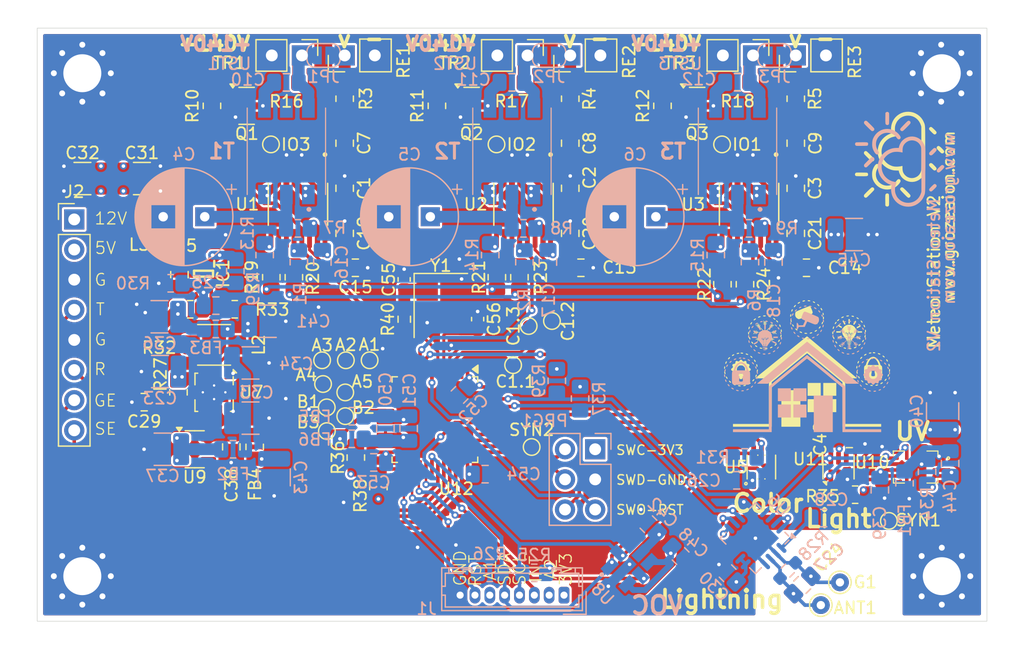
<source format=kicad_pcb>
(kicad_pcb (version 20241229) (generator "pcbnew") (generator_version "9.0")
  (layers (0 "F.Cu" signal) (4 "In1.Cu" signal) (6 "In2.Cu" signal) (2 "B.Cu" signal) (13 "F.Paste" user) (15 "B.Paste" user) (5 "F.SilkS" user "F.Silkscreen") (7 "B.SilkS" user "B.Silkscreen") (1 "F.Mask" user) (3 "B.Mask" user) (25 "Edge.Cuts" user))
  (net 0 "")
  (net 1 "Net-(U3-IOREG)")
  (net 2 "GND")
  (net 3 "GNDAS")
  (net 4 "+8UST")
  (net 5 "SYN")
  (net 6 "RTRN1")
  (net 7 "Net-(U3-INN)")
  (net 8 "Net-(U3-AVDD)")
  (net 9 "+3V3")
  (net 10 "Net-(Q1-D)")
  (net 11 "+5VP")
  (net 12 "Net-(T1-PRI_2)")
  (net 13 "+1V8")
  (net 14 "RTRN2")
  (net 15 "OSC_IN")
  (net 16 "Net-(Q2-D)")
  (net 17 "Net-(T2-PRI_2)")
  (net 18 "RTRN3")
  (net 19 "Net-(Q1-G)")
  (net 20 "Net-(Q3-D)")
  (net 21 "Net-(T3-PRI_2)")
  (net 22 "+12V")
  (net 23 "Net-(Q2-G)")
  (net 24 "RST")
  (net 25 "Net-(Q3-G)")
  (net 26 "TX1")
  (net 27 "SET_ESP_MSG")
  (net 28 "TX0_ESP")
  (net 29 "RX0_ESP")
  (net 30 "A2")
  (net 31 "BMP_INT")
  (net 32 "A1")
  (net 33 "SWO")
  (net 34 "SWDIO")
  (net 35 "SWCLK")
  (net 36 "NRST")
  (net 37 "DECPL1")
  (net 38 "DECPL2")
  (net 39 "DECPL3")
  (net 40 "INT_TCS34717")
  (net 41 "INT_TSL25911")
  (net 42 "Net-(U3-INP)")
  (net 43 "SCL1")
  (net 44 "SDA1")
  (net 45 "UST_TX")
  (net 46 "OSC_OUT")
  (net 47 "UST_RX")
  (net 48 "Net-(U3-SCLK)")
  (net 50 "OUT_B1")
  (net 51 "OUT_A1")
  (net 52 "OUT_B2")
  (net 54 "OUT_A2")
  (net 55 "OUT_B3")
  (net 57 "OUT_A3")
  (net 58 "Net-(U3-TEST)")
  (net 59 "RX1")
  (net 60 "INT_AS7331")
  (net 61 "TX2")
  (net 62 "INT_AS3935")
  (net 63 "INT_ES160")
  (net 64 "EN_REG")
  (net 65 "RX2")
  (net 66 "TX3")
  (net 67 "RX3")
  (net 68 "Net-(U3-IO)")
  (net 69 "GET_ESP_MSG")
  (net 70 "SCL3")
  (net 71 "SDA3")
  (net 72 "+8V")
  (net 73 "Net-(JP2-A)")
  (net 74 "Net-(JP1-A)")
  (net 75 "Net-(JP3-A)")
  (net 76 "AGND")
  (net 77 "AVDD")
  (net 78 "Net-(U12-PA3)")
  (net 79 "Net-(U12-PA4)")
  (net 80 "Net-(U12-PA5)")
  (net 81 "Net-(U12-PA6)")
  (net 82 "Net-(U12-PA7)")
  (net 83 "Net-(U6-IN+)")
  (net 84 "Net-(U12-PB0)")
  (net 85 "Net-(U12-PB1)")
  (net 86 "Net-(U12-PB2)")
  (net 87 "Net-(U1-INN)")
  (net 88 "Net-(U12-PC13)")
  (net 89 "Net-(U12-PC14)")
  (net 90 "Net-(U12-PC15)")
  (net 91 "Net-(U2-INN)")
  (net 92 "Net-(C7-Pad2)")
  (net 93 "Net-(U1-INP)")
  (net 94 "Net-(C8-Pad2)")
  (net 95 "Net-(U2-INP)")
  (net 96 "Net-(C9-Pad2)")
  (net 97 "Net-(U2-IOREG)")
  (net 98 "Net-(U1-IOREG)")
  (net 99 "Net-(U1-AVDD)")
  (net 100 "Net-(U2-AVDD)")
  (net 101 "Net-(U6-ACG)")
  (net 102 "Net-(U7-EN)")
  (net 103 "Net-(U7-FB)")
  (net 104 "Net-(IC1-BST)")
  (net 105 "Net-(IC1-SW)")
  (net 106 "Net-(U9-OUT)")
  (net 107 "Net-(C55-Pad1)")
  (net 108 "Net-(IC1-FB)")
  (net 109 "Net-(U7-L1)")
  (net 110 "Net-(U7-L2)")
  (net 111 "Net-(U1-SCLK)")
  (net 112 "Net-(U2-SCLK)")
  (net 113 "Net-(U1-TEST)")
  (net 114 "Net-(U2-TEST)")
  (net 115 "Net-(U10-REXT)")
  (net 116 "Net-(U12-PA15)")
  (net 117 "Net-(U2-IO)")
  (net 118 "Net-(U1-IO)")
  (footprint "MyLib:SOP65P640X120-16N" (layer "F.Cu") (at 41.965 34.85 -90)
    (property "Reference" "U1")
    (property "Value" "PGA460TPW")
  )
  (footprint "MyLib:FN6" (layer "F.Cu") (at 81 57 90)
    (property "Reference" "U5")
    (property "Value" "TCS34717FN")
  )
  (footprint "Capacitor_SMD:C_0805_2012Metric_Pad1.18x1.45mm_HandSolder" (layer "F.Cu") (at 64.9 29.7 90)
    (property "Reference" "C8")
    (property "Value" "390p")
  )
  (footprint "TestPoint:TestPoint_THTPad_D1.5mm_Drill0.7mm" (layer "F.Cu") (at 86.01 68.64)
    (property "Reference" "ANT1")
    (property "Value" "TestPoint")
  )
  (footprint "Package_TO_SOT_SMD:SOT-23" (layer "F.Cu") (at 75.5925 26.55)
    (property "Reference" "Q3")
    (property "Value" "BSS123")
  )
  (footprint "TestPoint:TestPoint_Pad_D1.0mm" (layer "F.Cu") (at 46 48)
    (property "Reference" "A2")
    (property "Value" "A2")
  )
  (footprint "Resistor_SMD:R_0603_1608Metric_Pad0.98x0.95mm_HandSolder" (layer "F.Cu") (at 50.92 44.54 -90)
    (property "Reference" "R40")
    (property "Value" "1k")
  )
  (footprint "Capacitor_SMD:C_0603_1608Metric_Pad1.08x0.95mm_HandSolder" (layer "F.Cu") (at 50.91 41.18 90)
    (property "Reference" "C55")
    (property "Value" "8p")
  )
  (footprint "Resistor_SMD:R_0805_2012Metric_Pad1.20x1.40mm_HandSolder" (layer "F.Cu") (at 77.72 41.59 90)
    (property "Reference" "R22")
    (property "Value" "100")
  )
  (footprint "Capacitor_SMD:C_0805_2012Metric_Pad1.18x1.45mm_HandSolder" (layer "F.Cu") (at 45.9 29.7 90)
    (property "Reference" "C7")
    (property "Value" "390p")
  )
  (footprint "MyLib:CC453232A" (layer "F.Cu") (at 34.9 46.7)
    (property "Reference" "L2")
    (property "Value" "L")
  )
  (footprint "Resistor_SMD:R_0805_2012Metric_Pad1.20x1.40mm_HandSolder" (layer "F.Cu") (at 34.72 26.55 90)
    (property "Reference" "R10")
    (property "Value" "100")
  )
  (footprint "Package_TO_SOT_SMD:SOT-23-5" (layer "F.Cu") (at 33.2675 55.5)
    (property "Reference" "U9")
    (property "Value" "TLV77318PDBVR")
  )
  (footprint "Connector_PinHeader_2.54mm:PinHeader_1x02_P2.54mm_Vertical" (layer "F.Cu") (at 42.3 22.3 -90)
    (property "Reference" "TR1")
    (property "Value" "Conn_01x02")
  )
  (footprint "Capacitor_SMD:C_1210_3225Metric_Pad1.33x2.70mm_HandSolder" (layer "F.Cu") (at 28.82 32.68)
    (property "Reference" "C31")
    (property "Value" "10u")
  )
  (footprint "TestPoint:TestPoint_Pad_D1.0mm" (layer "F.Cu") (at 91.74 61.54)
    (property "Reference" "SYN1")
    (property "Value" "SYN")
  )
  (footprint "Capacitor_SMD:C_0805_2012Metric_Pad1.18x1.45mm_HandSolder" (layer "F.Cu") (at 83.9 29.7 90)
    (property "Reference" "C9")
    (property "Value" "390p")
  )
  (footprint "Capacitor_SMD:C_0805_2012Metric_Pad1.18x1.45mm_HandSolder" (layer "F.Cu") (at 45.9 37.3 90)
    (property "Reference" "C19")
    (property "Value" "100n")
  )
  (footprint "Capacitor_SMD:C_0805_2012Metric_Pad1.18x1.45mm_HandSolder" (layer "F.Cu") (at 29.0125 51.53 180)
    (property "Reference" "C29")
    (property "Value" "100n")
  )
  (footprint "TestPoint:TestPoint_Pad_D1.0mm" (layer "F.Cu") (at 61.65 55.31)
    (property "Reference" "SYN2")
    (property "Value" "SYN")
  )
  (footprint "GVI:AS7331" (layer "F.Cu") (at 94 57 -90)
    (property "Reference" "U10")
    (property "Value" "AS7331")
  )
  (footprint "Capacitor_SMD:C_0805_2012Metric_Pad1.18x1.45mm_HandSolder" (layer "F.Cu") (at 46.8 40.2)
    (property "Reference" "C15")
    (property "Value" "100n")
  )
  (footprint "Package_QFP:LQFP-48_7x7mm_P0.5mm" (layer "F.Cu") (at 53.5 53 -90)
    (property "Reference" "U12")
    (property "Value" "STM32G431C8Tx")
  )
  (footprint "MountingHole:MountingHole_3.2mm_M3_Pad_Via" (layer "F.Cu") (at 96.147056 23.797056)
    (property "Reference" "H4" (hide yes))
    (property "Value" "MountingHole_Pad")
  )
  (footprint "Capacitor_SMD:C_0805_2012Metric_Pad1.18x1.45mm_HandSolder" (layer "F.Cu") (at 83.9 33.5 -90)
    (property "Reference" "C3")
    (property "Value" "33n")
  )
  (footprint "TestPoint:TestPoint_Pad_D1.0mm" (layer "F.Cu") (at 39.69 29.8)
    (property "Reference" "IO3")
    (property "Value" "IO3")
  )
  (footprint "Resistor_SMD:R_0805_2012Metric_Pad1.20x1.40mm_HandSolder" (layer "F.Cu") (at 72.67 26.55 90)
    (property "Reference" "R12")
    (property "Value" "100")
  )
  (footprint "Package_TO_SOT_SMD:SOT-23" (layer "F.Cu") (at 56.5925 26.55)
    (property "Reference" "Q2")
    (property "Value" "BSS123")
  )
  (footprint "Resistor_SMD:R_0805_2012Metric_Pad1.20x1.40mm_HandSolder" (layer "F.Cu") (at 58.72 41 90)
    (property "Reference" "R21")
    (property "Value" "100")
  )
  (footprint "MyLib:SOTFL50P160X60-6N" (layer "F.Cu") (at 34.01 40.7 -90)
    (property "Reference" "IC1")
    (property "Value" "TPS562242DRLR" (hide yes))
  )
  (footprint "Resistor_SMD:R_0805_2012Metric_Pad1.20x1.40mm_HandSolder" (layer "F.Cu") (at 45.9 25.95 90)
    (property "Reference" "R3")
    (property "Value" "100")
  )
  (footprint "MountingHole:MountingHole_3.2mm_M3_Pad_Via" (layer "F.Cu") (at 23.8 66.2)
    (property "Reference" "H2" (hide yes))
    (property "Value" "MountingHole_Pad")
  )
  (footprint "TestPoint:TestPoint_Pad_D1.0mm" (layer "F.Cu") (at 60.09 48.41)
    (property "Reference" "C1.1")
    (property "Value" "C1.3")
  )
  (footprint "Crystal:Crystal_SMD_3225-4Pin_3.2x2.5mm_HandSoldering" (layer "F.Cu") (at 54 43.38 -90)
    (property "Reference" "Y1")
    (property "Value" "Crystal_GND24")
  )
  (footprint "Resistor_SMD:R_0805_2012Metric_Pad1.20x1.40mm_HandSolder" (layer "F.Cu") (at 46.84 56.2 -90)
    (property "Reference" "R36")
    (property "Value" "10k")
  )
  (footprint "Resistor_SMD:R_0805_2012Metric_Pad1.20x1.40mm_HandSolder" (layer "F.Cu") (at 32.89 43.7)
    (property "Reference" "R32")
    (property "Value" "274k")
  )
  (footprint "OptoDevice:AMS_TSL25911FN" (layer "F.Cu") (at 87.5 57 90)
    (property "Reference" "U11")
    (property "Value" "TSL25911FN")
  )
  (footprint "TestPoint:TestPoint_THTPad_D1.5mm_Drill0.7mm" (layer "F.Cu") (at 87.62 66.72)
    (property "Reference" "G1")
    (property "Value" "TestPoint")
  )
  (footprint "Connector_PinHeader_2.54mm:PinHeader_1x02_P2.54mm_Vertical" (layer "F.Cu") (at 61.3 22.3 -90)
    (property "Reference" "TR2")
    (property "Value" "Conn_01x02")
  )
  (footprint "Graphics:SnartHome14" (layer "F.Cu") (at 84.85 48.25)
    (property "Reference" "G***" (hide yes))
    (property "Value" "LOGO" (hide yes))
  )
  (footprint "TestPoint:TestPoint_Pad_D1.0mm" (layer "F.Cu") (at 77.69 29.8)
    (property "Reference" "IO1")
    (property "Value" "IO1")
  )
  (footprint "Package_SON:Texas_DRC0010J_ThermalVias" (layer "F.Cu") (at 34.9 50.7 -90)
    (property "Reference" "U7")
    (property "Value" "TPS63001")
  )
  (footprint "TestPoint:TestPoint_Pad_D1.0mm" (layer "F.Cu") (at 61.4 45.11)
    (property "Reference" "C1.3")
    (property "Value" "C1.5")
  )
  (footprint "TestPoint:TestPoint_Pad_D1.0mm" (layer "F.Cu") (at 48 48)
    (property "Reference" "A1")
    (property "Value" "A1")
  )
  (footprint "Resistor_SMD:R_0805_2012Metric_Pad1.20x1.40mm_HandSolder" (layer "F.Cu") (at 40.99 24.57 180)
    (property "Reference" "R16")
    (property "Value" "2.7k")
  )
  (footprint "Resistor_SMD:R_0805_2012Metric_Pad1.20x1.40mm_HandSolder" (layer "F.Cu") (at 53.67 26.55 90)
    (property "Reference" "R11")
    (property "Value" "100")
  )
  (footprint "TestPoint:TestPoint_Pad_D1.0mm" (layer "F.Cu") (at 44.08 50)
    (property "Reference" "A4")
    (property "Value" "A6")
  )
  (footprint "Resistor_SMD:R_0805_2012Metric_Pad1.20x1.40mm_HandSolder" (layer "F.Cu") (at 60.62 41 90)
    (property "Reference" "R23")
    (property "Value" "100")
  )
  (footprint "TestPoint:TestPoint_Pad_D1.0mm" (layer "F.Cu") (at 63.36 44.69)
    (property "Reference" "C1.2")
    (property "Value" "C1.4")
  )
  (footprint "TestPoint:TestPoint_Pad_D1.0mm" (layer "F.Cu") (at 44.39 51.97)
    (property "Reference" "B1")
    (property "Value" "B0")
  )
  (footprint "MyLib:Weather" (layer "F.Cu") (at 92.559649 31.047053 90)
    (property "Reference" "G***" (hide yes))
    (property "Value" "LOGO" (hide yes))
  )
  (footprint "Capacitor_SMD:C_0603_1608Metric_Pad1.08x0.95mm_HandSolder" (layer "F.Cu") (at 57.1 44.53 90)
    (property "Reference" "C56")
    (property "Value" "8p")
  )
  (footprint "Connector_PinHeader_2.54mm:PinHeader_1x02_P2.54mm_Vertical" (layer "F.Cu") (at 80.3 22.3 -90)
    (property "Reference" "TR3")
    (property "Value" "Conn_01x02")
  )
  (footprint "Capacitor_SMD:C_0805_2012Metric_Pad1.18x1.45mm_HandSolder" (layer "F.Cu") (at 84.44 66.94 45)
    (property "Reference" "C24")
    (property "Value" "1n")
  )
  (footprint "Capacitor_SMD:C_0805_2012Metric_Pad1.18x1.45mm_HandSolder" (layer "F.Cu") (at 83.9 37.3 90)
    (property "Reference" "C21")
    (property "Value" "100n")
  )
  (footprint "Lib1:L_Bourns_SDR0703-4R7KL" (layer "F.Cu") (at 28.6 42.49 180)
    (property "Reference" "L3")
    (property "Value" "4.7uH")
  )
  (footprint "Connector_PinHeader_2.54mm:PinHeader_1x02_P2.54mm_Vertical" (layer "F.Cu") (at 45.9 22.3 90)
    (property "Reference" "RE1")
    (property "Value" "Conn_01x02")
  )
  (footprint "MountingHole:MountingHole_3.2mm_M3_Pad_Via" (layer "F.Cu") (at 96.2 66.2)
    (property "Reference" "H3" (hide yes))
    (property "Value" "MountingHole_Pad")
  )
  (footprint "Resistor_SMD:R_0805_2012Metric_Pad1.20x1.40mm_HandSolder" (layer "F.Cu") (at 64.9 25.95 90)
    (property "Reference" "R4")
    (property "Value" "100")
  )
  (footprint "TestPoint:TestPoint_Pad_D1.0mm" (layer "F.Cu") (at 45.95 50.71)
    (property "Reference" "A5")
    (property "Value" "A7")
  )
  (footprint "TestPoint:TestPoint_Pad_D1.0mm" (layer "F.Cu") (at 44 48)
    (property "Reference" "A3")
    (property "Value" "A5")
  )
  (footprint "Connector_PinHeader_2.54mm:PinHeader_1x02_P2.54mm_Vertical" (layer "F.Cu") (at 64.9 22.3 90)
    (property "Reference" "RE2")
    (property "Value" "Conn_01x02")
  )
  (footprint "Capacitor_SMD:C_0805_2012Metric_Pad1.18x1.45mm_HandSolder" (layer "F.Cu") (at 64.9 37.3 90)
    (property "Reference" "C20")
    (property "Value" "100n")
  )
  (footprint "Capacitor_SMD:C_0805_2012Metric_Pad1.18x1.45mm_HandSolder" (layer "F.Cu") (at 65.8 40.2)
    (property "Reference" "C13")
    (property "Value" "100n")
  )
  (footprint "Resistor_SMD:R_0805_2012Metric_Pad1.20x1.40mm_HandSolder" (layer "F.Cu") (at 48.74 58.69 -90)
    (property "Reference" "R38")
    (property "Value" "2.2k")
  )
  (footprint "Resistor_SMD:R_0805_2012Metric_Pad1.20x1.40mm_HandSolder" (layer "F.Cu") (at 38.32 55.3 -90)
    (property "Reference" "FB4")
    (property "Value" "120@100MHz")
  )
  (footprint "Capacitor_SMD:C_0805_2012Metric_Pad1.18x1.45mm_HandSolder" (layer "F.Cu") (at 84.8 40.2)
    (property "Reference" "C14")
    (property "Value" "100n")
  )
  (footprint "Capacitor_SMD:C_1210_3225Metric_Pad1.33x2.70mm_HandSolder" (layer "F.Cu") (at 23.81 32.68 180)
    (property "Reference" "C32")
    (property "Value" "10u")
  )
  (footprint "Connector_PinHeader_2.54mm:PinHeader_1x08_P2.54mm_Vertical" (layer "F.Cu") (at 23.12 36.125)
    (property "Reference" "J2")
    (property "Value" "Conn_01x08")
  )
  (footprint "Resistor_SMD:R_0805_2012Metric_Pad1.20x1.40mm_HandSolder" (layer "F.Cu") (at 41.62 41 90)
    (property "Reference" "R20")
    (property "Value" "100")
  )
  (footprint "Capacitor_SMD:C_0805_2012Metric_Pad1.18x1.45mm_HandSolder" (layer "F.Cu") (at 64.9 33.5 -90)
    (property "Reference" "C2")
    (property "Value" "33n")
  )
  (footprint "MyLib:SOP65P640X120-16N" (layer "F.Cu") (at 60.965 34.85 -90)
    (property "Reference" "U2")
    (property "Value" "PGA460TPW")
  )
  (footprint "Package_TO_SOT_SMD:SOT-23" (layer "F.Cu") (at 37.64 26.55)
    (property "Reference" "Q1")
    (property "Value" "BSS123")
  )
  (footprint "Resistor_SMD:R_0805_2012Metric_Pad1.20x1.40mm_HandSolder" (layer "F.Cu") (at 39.72 41 90)
    (property "Reference" "R19")
    (property "Value" "100")
  )
  (footprint "TestPoint:TestPoint_Pad_D1.0mm" (layer "F.Cu") (at 58.69 29.8)
    (property "Reference" "IO2")
    (property "Value" "IO2")
  )
  (footprint "MyLib:SOP65P640X120-16N" (layer "F.Cu") (at 79.965 34.85 -90)
    (property "Reference" "U3")
    (property "Value" "PGA460TPW")
  )
  (footprint "Resistor_SMD:R_0805_2012Metric_Pad1.20x1.40mm_HandSolder" (layer "F.Cu") (at 59.99 24.57 180)
    (property "Reference" "R17")
    (property "Value" "2.7k")
  )
  (footprint "TestPoint:TestPoint_Pad_D1.0mm" (layer "F.Cu") (at 44.4 53.97)
    (property "Reference" "B3")
    (property "Value" "B2")
  )
  (footprint "Resistor_SMD:R_0805_2012Metric_Pad1.20x1.40mm_HandSolder" (layer "F.Cu") (at 31.9 50.7 90)
    (property "Reference" "R27")
    (property "Value" "100")
  )
  (footprint "MountingHole:MountingHole_3.2mm_M3_Pad_Via" (layer "F.Cu") (at 23.8 23.8)
    (property "Reference" "H1" (hide yes))
    (property "Value" "MountingHole_Pad")
  )
  (footprint "TestPoint:TestPoint_Pad_D1.0mm" (layer "F.Cu") (at 45.95 52.71)
    (property "Reference" "B2")
    (property "Value" "B1")
  )
  (footprint "Resistor_SMD:R_0805_2012Metric_Pad1.20x1.40mm_HandSolder" (layer "F.Cu") (at 88.9 59.33)
    (property "Reference" "R35")
    (property "Value" "10k")
  )
  (footprint "Resistor_SMD:R_0805_2012Metric_Pad1.20x1.40mm_HandSolder" (layer "F.Cu") (at 36.64 43.7)
    (property "Reference" "R33")
    (property "Value" "30k")
  )
  (footprint "Capacitor_SMD:C_0805_2012Metric_Pad1.18x1.45mm_HandSolder" (layer "F.Cu") (at 45.9 33.5 -90)
    (property "Reference" "C1")
    (property "Value" "33n")
  )
  (footprint "Capacitor_SMD:C_0805_2012Metric_Pad1.18x1.45mm_HandSolder" (layer "F.Cu") (at 88.41 54.63 180)
    (property "Reference" "C49")
    (property "Value" "1u")
  )
  (footprint "Capacitor_SMD:C_0805_2012Metric_Pad1.18x1.45mm_HandSolder" (layer "F.Cu") (at 36.35 55.3 -90)
    (property "Reference" "C38")
    (property "Value" "1u")
  )
  (footprint "Connector_PinHeader_2.54mm:PinHeader_1x02_P2.54mm_Vertical" (layer "F.Cu") (at 83.9 22.3 90)
    (property "Reference" "RE3")
    (property "Value" "Conn_01x02")
  )
  (footprint "Capacitor_SMD:C_0805_2012Metric_Pad1.18x1.45mm_HandSolder" (layer "F.Cu") (at 31.98 40.78 -90)
    (property "Reference" "C35")
    (property "Value" "100n")
  )
  (footprint "Resistor_SMD:R_0805_2012Metric_Pad1.20x1.40mm_HandSolder" (layer "F.Cu") (at 79.62 41.59 90)
    (property "Reference" "R24")
    (property "Value" "100")
  )
  (footprint "Resistor_SMD:R_0805_2012Metric_Pad1.20x1.40mm_HandSolder" (layer "F.Cu") (at 78.99 24.54 180)
    (property "Reference" "R18")
    (property "Value" "2.7k")
  )
  (footprint "Resistor_SMD:R_0805_2012Metric_Pad1.20x1.40mm_HandSolder" (layer "F.Cu") (at 83.9 25.95 90)
    (property "Reference" "R5")
    (property "Value" "100")
  )
  (footprint "Resistor_SMD:R_0805_2012Metric_Pad1.20x1.40mm_HandSolder" (layer "B.Cu") (at 65.73 51.23 90)
    (property "Reference" "R37")
    (property "Value" "4.7k")
  )
  (footprint "Graphics:SnartHome14" (layer "B.Cu") (at 84.850646 48.701767 180)
    (property "Reference" "G***" (hide yes))
    (property "Value" "LOGO" (hide yes))
  )
  (footprint "Capacitor_THT:CP_Radial_D8.0mm_P3.50mm" (layer "B.Cu") (at 72.112651 35.9 180)
    (property "Reference" "C6")
    (property "Value" "100u")
  )
  (footprint "Resistor_SMD:R_0805_2012Metric_Pad1.20x1.40mm_HandSolder" (layer "B.Cu") (at 80.04 39.73 -90)
    (property "Reference" "R6")
    (property "Value" "10k")
  )
  (footprint "Capacitor_SMD:C_0805_2012Metric_Pad1.18x1.45mm_HandSolder" (layer "B.Cu") (at 78.93 58.12 180)
    (property "Reference" "C26")
    (property "Value" "100n")
  )
  (footprint "Resistor_SMD:R_0805_2012Metric_Pad1.20x1.40mm_HandSolder" (layer "B.Cu") (at 61.04 39.73 -90)
    (property "Reference" "R2")
    (property "Value" "10k")
  )
  (footprint "Capacitor_SMD:C_0805_2012Metric_Pad1.18x1.45mm_HandSolder" (layer "B.Cu") (at 48.35 56.61 180)
    (property "Reference" "C53")
    (property "Value" "100n")
  )
  (footprint "Resistor_SMD:R_0805_2012Metric_Pad1.20x1.40mm_HandSolder" (layer "B.Cu") (at 94.96 57.4 -90)
    (property "Reference" "R34")
    (property "Value" "3.3M")
  )
  (footprint "Jumper:SolderJumper-2_P1.3mm_Open_RoundedPad1.0x1.5mm" (layer "B.Cu") (at 44.12 22.3)
    (property "Reference" "JP1")
    (property "Value" "Jumper_2_Open")
  )
  (footprint "Capacitor_SMD:C_0805_2012Metric_Pad1.18x1.45mm_HandSolder" (layer "B.Cu") (at 35.05 43.39)
    (property "Reference" "C25")
    (property "Value" "100n")
  )
  (footprint "Capacitor_SMD:C_1210_3225Metric_Pad1.33x2.70mm_HandSolder" (layer "B.Cu") (at 30.3 44.33 180)
    (property "Reference" "C36")
    (property "Value" "10u")
  )
  (footprint "Resistor_SMD:R_0805_2012Metric_Pad1.20x1.40mm_HandSolder" (layer "B.Cu") (at 79.6 56.19 180)
    (property "Reference" "R31")
    (property "Value" "10k")
  )
  (footprint "Connector_Hirose:Hirose_DF13-08P-1.25DSA_1x08_P1.25mm_Vertical" (layer "B.Cu") (at 64.375 67.8 180)
    (property "Reference" "J1")
    (property "Value" "Conn_01x08_Pin")
  )
  (footprint "Resistor_SMD:R_0805_2012Metric_Pad1.20x1.40mm_HandSolder" (layer "B.Cu") (at 35.04 45.36)
    (property "Reference" "FB3")
    (property "Value" "120@100MHz")
  )
  (footprint "Capacitor_SMD:C_0805_2012Metric_Pad1.18x1.45mm_HandSolder" (layer "B.Cu") (at 40.99 24.57 180)
    (property "Reference" "C10")
    (property "Value" "1500p")
  )
  (footprint "Resistor_SMD:R_0805_2012Metric_Pad1.20x1.40mm_HandSolder" (layer "B.Cu") (at 58.12 65.92 180)
    (property "Reference" "R26")
    (property "Value" "2.2k")
  )
  (footprint "Capacitor_SMD:C_1210_3225Metric_Pad1.33x2.70mm_HandSolder" (layer "B.Cu") (at 96.27 52.29 90)
    (property "Reference" "C40")
    (property "Value" "10u")
  )
  (footprint "Resistor_SMD:R_0805_2012Metric_Pad1.20x1.40mm_HandSolder" (layer "B.Cu") (at 46.5 52.72)
    (property "Reference" "FB5")
    (property "Value" "120@100MHz")
  )
  (footprint "Resistor_SMD:R_0603_1608Metric_Pad0.98x0.95mm_HandSolder" (layer "B.Cu") (at 83.22 65.72 -135)
    (property "Reference" "R28")
    (property "Value" "10k")
  )
  (footprint "Capacitor_SMD:C_0805_2012Metric_Pad1.18x1.45mm_HandSolder" (layer "B.Cu") (at 44.02 39.73 -90)
    (property "Reference" "C16")
    (property "Value" "100n")
  )
  (footprint "MyLib:Weather" (layer "B.Cu") (at 92.565969 31.053683 -90)
    (property "Reference" "G***" (hide yes))
    (property "Value" "LOGO" (hide yes))
  )
  (footprint "Capacitor_SMD:C_1210_3225Metric_Pad1.33x2.70mm_HandSolder" (layer "B.Cu") (at 39.4225 44.71)
    (property "Reference" "C41")
    (property "Value" "10u")
  )
  (footprint "MyLib:750317161" (layer "B.Cu") (at 40.99 30.38 90)
    (property "Reference" "T1")
    (property "Value" "750317161" (hide yes))
  )
  (footprint "Package_DFN_QFN:MLPQ-16-1EP_4x4mm_P0.65mm_EP2.8x2.8mm" (layer "B.Cu") (at 80.5 63 135)
    (property "Reference" "U6")
    (property "Value" "AS3935")
  )
  (footprint "Jumper:SolderJumper-2_P1.3mm_Open_RoundedPad1.0x1.5mm" (layer "B.Cu") (at 82.11 22.3)
    (property "Reference" "JP3")
    (property "Value" "Jumper_2_Open")
  )
  (footprint "Capacitor_SMD:C_1210_3225Metric_Pad1.33x2.70mm_HandSolder" (layer "B.Cu") (at 88.81 37.4)
    (property "Reference" "C45")
    (property "Value" "10u")
  )
  (footprint "Capacitor_SMD:C_0805_2012Metric_Pad1.18x1.45mm_HandSolder" (layer "B.Cu") (at 82.02 39.73 -90)
    (property "Reference" "C18")
    (property "Value" "100n")
  )
  (footprint "Resistor_SMD:R_0805_2012Metric_Pad1.20x1.40mm_HandSolder" (layer "B.Cu") (at 58.16 39.13 -90)
    (property "Reference" "R14")
    (property "Value" "10k")
  )
  (footprint "Capacitor_SMD:C_0805_2012Metric_Pad1.18x1.45mm_HandSolder" (layer "B.Cu") (at 51.29 53.75 90)
    (property "Reference" "C51")
    (property "Value" "1u")
  )
  (footprint "Resistor_SMD:R_0805_2012Metric_Pad1.20x1.40mm_HandSolder" (layer "B.Cu") (at 36.69 40.48 -90)
    (property "Reference" "R29")
    (property "Value" "47K")
  )
  (footprint "Resistor_SMD:R_0805_2012Metric_Pad1.20x1.40mm_HandSolder" (layer "B.Cu") (at 36.5 55.5 180)
    (property "Reference" "FB2")
    (property "Value" "120@100MHz")
  )
  (footprint "Capacitor_THT:CP_Radial_D8.0mm_P3.50mm" (layer "B.Cu") (at 53.112651 35.9 180)
    (property "Reference" "C5")
    (property "Value" "100u")
  )
  (footprint "Resistor_SMD:R_0805_2012Metric_Pad1.20x1.40mm_HandSolder" (layer "B.Cu") (at 46.5 54.62)
    (property "Reference" "FB6")
    (property "Value" "120@100MHz")
  )
  (footprint "Capacitor_SMD:C_0805_2012Metric_Pad1.18x1.45mm_HandSolder" (layer "B.Cu") (at 74.2 64.5 -45)
    (property "Reference" "C48")
    (property "Value" "100n")
  )
  (footprint "MyLib:750317161" (layer "B.Cu") (at 59.99 30.38 90)
    (property "Reference" "T2")
    (property "Value" "750317161" (hide yes))
  )
  (footprint "Capacitor_SMD:C_0805_2012Metric_Pad1.18x1.45mm_HandSolder" (layer "B.Cu") (at 86.25 61.3)
    (property "Reference" "C28")
    (property "Value" "10u")
  )
  (footprint "Capacitor_SMD:C_1210_3225Metric_Pad1.33x2.70mm_HandSolder" (layer "B.Cu") (at 37.97 52.875)
    (property "Reference" "C33")
    (property "Value" "10u")
  )
  (footprint "Capacitor_SMD:C_1210_3225Metric_Pad1.33x2.70mm_HandSolder" (layer "B.Cu") (at 37.97 48.225)
    (property "Reference" "C34")
    (property "Value" "10u")
  )
  (footprint "Capacitor_THT:CP_Radial_D8.0mm_P3.50mm" (layer "B.Cu") (at 34.112651 35.9 180)
    (property "Reference" "C4")
    (property "Value" "100u")
  )
  (footprint "Resistor_SMD:R_0805_2012Metric_Pad1.20x1.40mm_HandSolder" (layer "B.Cu") (at 93.06 58.37 90)
    (property "Reference" "FB1")
    (property "Value" "120@100MHz")
  )
  (footprint "Capacitor_SMD:C_0805_2012Metric_Pad1.18x1.45mm_HandSolder" (layer "B.Cu") (at 59.99 24.57 180)
    (property "Reference" "C11")
    (property "Value" "1500p")
  )
  (footprint "Capacitor_SMD:C_1210_3225Metric_Pad1.33x2.70mm_HandSolder" (layer "B.Cu") (at 39.96 57.87 -90)
    (property "Reference" "C43")
    (property "Value" "10u")
  )
  (footprint "Capacitor_SMD:C_0805_2012Metric_Pad1.18x1.45mm_HandSolder" (layer "B.Cu") (at 63.02 39.73 -90)
    (property "Reference" "C17")
    (property "Value" "100n")
  )
  (footprint "Resistor_SMD:R_0805_2012Metric_Pad1.20x1.40mm_HandSolder" (layer "B.Cu") (at 60.96 36.88 180)
    (property "Reference" "R8")
    (property "Value" "10")
  )
  (footprint "Resistor_SMD:R_0805_2012Metric_Pad1.20x1.40mm_HandSolder" (layer "B.Cu") (at 39.16 39.13 -90)
    (property "Reference" "R13")
    (property "Value" "10k")
  )
  (footprint "Capacitor_SMD:C_1210_3225Metric_Pad1.33x2.70mm_HandSolder" (layer "B.Cu") (at 30.5625 55.5 180)
    (property "Reference" "C37")
    (property "Value" "10u")
  )
  (footprint "Connector_PinHeader_2.54mm:PinHeader_2x03_P2.54mm_Vertical" (layer "B.Cu") (at 67 55.5 180)
    (property "Reference" "PRG1")
    (property "Value" "Conn_02x03_Counter_Clockwise")
  )
  (footprint "Resistor_SMD:R_0805_2012Metric_Pad1.20x1.40mm_HandSolder" (layer "B.Cu") (at 63.77 49.73 90)
    (property "Reference" "R39")
    (property "Value" "10k")
  )
  (footprint "Resistor_SMD:R_0805_2012Metric_Pad1.20x1.40mm_HandSolder" (layer "B.Cu") (at 42.04 39.73 -90)
    (property "Reference" "R1")
    (property "Value" "10k")
  )
  (footprint "Resistor_SMD:R_0805_2012Metric_Pad1.20x1.40mm_HandSolder" (layer "B.Cu") (at 77.16 39.13 -90)
    (property "Reference" "R15")
    (property "Value" "10k")
  )
  (footprint "Resistor_SMD:R_0805_2012Metric_Pad1.20x1.40mm_HandSolder" (layer "B.Cu") (at 79.96 36.88 180)
    (property "Reference" "R9")
    (property "Value" "10")
  )
  (footprint "Capacitor_SMD:C_0805_2012Metric_Pad1.18x1.45mm_HandSolder" (layer "B.Cu") (at 96.9 56.7 90)
    (property "Reference" "C44")
    (property "Value" "100n")
  )
  (footprint "Capacitor_SMD:C_0805_2012Metric_Pad1.18x1.45mm_HandSolder" (layer "B.Cu") (at 49.33 53.75 90)
    (property "Reference" "C50")
    (property "Value" "100n")
  )
  (footprint "Jumper:SolderJumper-2_P1.3mm_Open_RoundedPad1.0x1.5mm" (layer "B.Cu") (at 63.12 22.3)
    (property "Reference" "JP2")
    (property "Value" "Jumper_2_Open")
  )
  (footprint "MyLib:XDCR_ENS160-BGLT" (layer "B.Cu") (at 69.9 65.2 -45)
    (property "Reference" "U8")
    (property "Value" "ENS160-BGLT")
  )
  (footprint "Capacitor_SMD:C_0805_2012Metric_Pad1.18x1.45mm_HandSolder" (layer "B.Cu") (at 57.73 57.6)
    (property "Reference" "C54")
    (property "Value" "100n")
  )
  (footprint "Capacitor_SMD:C_0805_2012Metric_Pad1.18x1.45mm_HandSolder" (layer "B.Cu") (at 71.49 61.82 -45)
    (property "Reference" "C42")
    (property "Value" "10u")
  )
  (footprint "Capacitor_SMD:C_0805_2012Metric_Pad1.18x1.45mm_HandSolder" (layer "B.Cu") (at 78.16 65.95 -45)
    (property "Reference" "C30")
    (property "Value" "1u")
  )
  (footprint "Capacitor_SMD:C_0805_2012Metric_Pad1.18x1.45mm_HandSolder" (layer "B.Cu") (at 84.44 66.94 45)
    (property "Reference" "C27")
    (property "Value" "1n")
  )
  (footprint "Capacitor_SMD:C_0805_2012Metric_Pad1.18x1.45mm_HandSolder" (layer "B.Cu") (at 90.98 58.93 -90)
    (property "Reference" "C39")
    (property "Value" "100n")
  )
  (footprint "Capacitor_SMD:C_0805_2012Metric_Pad1.18x1.45mm_HandSolder" (layer "B.Cu") (at 78.99 24.57 180)
    (property "Reference" "C12")
    (property "Value" "1500p")
  )
  (footprint "Resistor_SMD:R_0805_2012Metric_Pad1.20x1.40mm_HandSolder" (layer "B.Cu") (at 41.96 36.88 180)
    (property "Reference" "R7")
    (property "Value" "10")
  )
  (footprint "Capacitor_SMD:C_1210_3225Metric_Pad1.33x2.70mm_HandSolder" (layer "B.Cu") (at 30.34 48.95 180)
    (property "Reference" "C23")
    (property "Value" "10u")
  )
  (footprint "Capacitor_SMD:C_0805_2012Metric_Pad1.18x1.45mm_HandSolder" (layer "B.Cu") (at 55.58 50.92 -135)
    (property "Reference" "C52")
    (property "Value" "100n")
  )
  (footprint "Resistor_SMD:R_0805_2012Metric_Pad1.20x1.40mm_HandSolder" (layer "B.Cu") (at 31.24 41.51 180)
    (property "Reference" "R30")
    (property "Value" "20k")
  )
  (footprint "Resistor_SMD:R_0805_2012Metric_Pad1.20x1.40mm_HandSolder" (layer "B.Cu") (at 61.87 65.92)
    (property "Reference" "R25")
    (property "Value" "2.2k")
  )
  (footprint "MyLib:750317161" (layer "B.Cu") (at 78.99 30.38 90)
    (property "Reference" "T3")
    (property "Value" "750317161" (hide yes))
  )
  (gr_line (start 79.32 43.19) (end 78.11 43.19) (stroke (width 0.01)) (layer "F.SilkS"))
  (gr_rect (start 20 20) (end 100 70) (stroke (width 0.05)) (fill no) (layer "Edge.Cuts"))
  (gr_text "SWO-RST" (at 68.7 61.07 0) (layer "F.SilkS") (effects (font (size 0.8 0.8) (thickness 0.12)) (justify left bottom)))
  (gr_text "-" (at 67.39 20.86 0) (layer "F.SilkS") (effects (font (size 1.2 1.2) (thickness 0.3) (bold yes))))
  (gr_text "Lightning" (at 77.67 68.15 0) (layer "F.SilkS") (effects (font (size 1.5 1.5) (thickness 0.3) (bold yes))))
  (gr_text "GND" (at 55.625 65.525 90) (layer "F.SilkS") (effects (font (size 1 1) (thickness 0.1))))
  (gr_text "R" (at 24.73 49.33 0) (layer "F.SilkS") (effects (font (size 1 1) (thickness 0.1)) (justify left bottom)))
  (gr_text "SDA" (at 59.375 65.625 90) (layer "F.SilkS") (effects (font (size 1 1) (thickness 0.1))))
  (gr_text ">" (at 83.95 21.09 270) (layer "F.SilkS") (effects (font (size 1.2 1.2) (thickness 0.3) (bold yes))))
  (gr_text ">" (at 64.95 21.09 270) (layer "F.SilkS") (effects (font (size 1.2 1.2) (thickness 0.3) (bold yes))))
  (gr_text "SE" (at 24.76 54.36 0) (layer "F.SilkS") (effects (font (size 1 1) (thickness 0.1)) (justify left bottom)))
  (gr_text "A1" (at 58.15 65.675 90) (layer "F.SilkS") (effects (font (size 1 1) (thickness 0.1))))
  (gr_text "Color" (at 81.57 60.05 0) (layer "F.SilkS") (effects (font (size 1.5 1.5) (thickness 0.3) (bold yes))))
  (gr_text "UV" (at 93.73 54 0) (layer "F.SilkS") (effects (font (size 1.5 1.5) (thickness 0.3) (bold yes))))
  (gr_text "3V3" (at 64.525 65.6 90) (layer "F.SilkS") (effects (font (size 1 1) (thickness 0.1))))
  (gr_text ">" (at 45.95 21.1 270) (layer "F.SilkS") (effects (font (size 1.2 1.2) (thickness 0.3) (bold yes))))
  (gr_text "Light" (at 87.5 61.34 0) (layer "F.SilkS") (effects (font (size 1.5 1.5) (thickness 0.3) (bold yes))))
  (gr_text "SWC-3V3" (at 68.7 56.04 0) (layer "F.SilkS") (effects (font (size 0.8 0.8) (thickness 0.12)) (justify left bottom)))
  (gr_text "SWD-GND" (at 68.7 58.55 0) (layer "F.SilkS") (effects (font (size 0.8 0.8) (thickness 0.12)) (justify left bottom)))
  (gr_text "+140V" (at 72.92 21.3 0) (layer "F.SilkS") (effects (font (size 1.2 1.2) (thickness 0.3) (bold yes))))
  (gr_text "GE" (at 24.71 51.98 0) (layer "F.SilkS") (effects (font (size 1 1) (thickness 0.1)) (justify left bottom)))
  (gr_text "G" (at 24.76 41.8 0) (layer "F.SilkS") (effects (font (size 1 1) (thickness 0.1)) (justify left bottom)))
  (gr_text "INT" (at 62 65.6 90) (layer "F.SilkS") (effects (font (size 1 1) (thickness 0.1))))
  (gr_text "+140V" (at 53.92 21.3 0) (layer "F.SilkS") (effects (font (size 1.2 1.2) (thickness 0.3) (bold yes))))
  (gr_text "SCL" (at 60.625 65.625 90) (layer "F.SilkS") (effects (font (size 1 1) (thickness 0.1))))
  (gr_text "-" (at 86.39 20.86 0) (layer "F.SilkS") (effects (font (size 1.2 1.2) (thickness 0.3) (bold yes))))
  (gr_text "-" (at 48.39 20.87 0) (layer "F.SilkS") (effects (font (size 1.2 1.2) (thickness 0.3) (bold yes))))
  (gr_text "T" (at 24.87 44.29 0) (layer "F.SilkS") (effects (font (size 1 1) (thickness 0.1)) (justify left bottom)))
  (gr_text "5V" (at 24.78 39.12 0) (layer "F.SilkS") (effects (font (size 1 1) (thickness 0.1)) (justify left bottom)))
  (gr_text "G" (at 24.76 46.83 0) (layer "F.SilkS") (effects (font (size 1 1) (thickness 0.1)) (justify left bottom)))
  (gr_text "Meteo Station V2" (at 96.12 47.105 90) (layer "F.SilkS") (effects (font (size 1 1)) (justify left bottom)))
  (gr_text "+140V" (at 34.92 21.31 0) (layer "F.SilkS") (effects (font (size 1.2 1.2) (thickness 0.3) (bold yes))))
  (gr_text "A2" (at 63.275 65.6 90) (layer "F.SilkS") (effects (font (size 1 1) (thickness 0.1))))
  (gr_text "12V" (at 24.76 36.63 0) (layer "F.SilkS") (effects (font (size 1 1) (thickness 0.1)) (justify left bottom)))
  (gr_text "RST" (at 56.9 65.725 90) (layer "F.SilkS") (effects (font (size 1 1) (thickness 0.1))))
  (gr_text "www.grozeaion.com" (at 97.355 43.215 90) (layer "F.SilkS") (effects (font (size 1 1)) (justify left bottom)))
  (gr_text "+140V" (at 35.06 21.32 0) (layer "B.SilkS") (effects (font (size 1.2 1.2) (thickness 0.3) (bold yes)) (justify mirror)))
  (gr_text "Meteo Station V2" (at 96.12 34.255 90) (layer "B.SilkS") (effects (font (size 1 1)) (justify left bottom mirror)))
  (gr_text "UST3" (at 74.175 23 0) (layer "B.SilkS") (effects (font (size 1 1)) (justify mirror)))
  (gr_text "UST2" (at 55.2 23 0) (layer "B.SilkS") (effects (font (size 1 1)) (justify mirror)))
  (gr_text "+140V" (at 73.06 21.31 0) (layer "B.SilkS") (effects (font (size 1.2 1.2) (thickness 0.3) (bold yes)) (justify mirror)))
  (gr_text "www.grozeaion.com" (at 97.38 28.74 90) (layer "B.SilkS") (effects (font (size 1 1)) (justify left bottom mirror)))
  (gr_text "VOC" (at 72.24 68.67 0) (layer "B.SilkS") (effects (font (size 1.5 1.5) (thickness 0.3) (bold yes)) (justify mirror)))
  (gr_text "UST1" (at 36.175 23 0) (layer "B.SilkS") (effects (font (size 1 1)) (justify mirror)))
  (gr_text "+140V" (at 54.06 21.31 0) (layer "B.SilkS") (effects (font (size 1.2 1.2) (thickness 0.3) (bold yes)) (justify mirror)))
  (segment (start 80.94 37.72) (end 80.94 38.692374) (width 0.25) (layer "F.Cu") (net 1))
  (segment (start 82.447626 40.2) (end 83.7625 40.2) (width 0.25) (layer "F.Cu") (net 1))
  (segment (start 80.94 38.692374) (end 82.447626 40.2) (width 0.25) (layer "F.Cu") (net 1))
  (segment (start 35.4 51.15) (end 35.85 50.7) (width 0.25) (layer "F.Cu") (net 2))
  (segment (start 35.4 52.1) (end 35.4 51.15) (width 0.25) (layer "F.Cu") (net 2))
  (segment (start 34.9 49.3) (end 34.9 50.125) (width 0.25) (layer "F.Cu") (net 2))
  (segment (start 36.7 50.7) (end 33.1 50.7) (width 1) (layer "F.Cu") (net 2))
  (via (at 59.99 30.7) (size 0.6) (drill 0.3) (layers "F.Cu" "B.Cu") (net 2))
  (via (at 43.02 41.15) (size 0.6) (drill 0.3) (layers "F.Cu" "B.Cu") (net 2))
  (via (at 45.81 59.98) (size 0.6) (drill 0.3) (layers "F.Cu" "B.Cu") (net 2))
  (via (at 74.655 27.5) (size 0.6) (drill 0.3) (layers "F.Cu" "B.Cu") (net 2))
  (via (at 68.11 67.05) (size 0.6) (drill 0.3) (layers "F.Cu" "B.Cu") (net 2))
  (via (at 39.96 59.4325) (size 0.6) (drill 0.3) (layers "F.Cu" "B.Cu") (net 2))
  (via (at 22.25 33.73) (size 0.6) (drill 0.3) (layers "F.Cu" "B.Cu") (net 2))
  (via (at 85.173623 66.206377) (size 0.6) (drill 0.3) (layers "F.Cu" "B.Cu") (net 2))
  (via (at 90.74 37.4) (size 0.6) (drill 0.3) (layers "F.Cu" "B.Cu") (net 2))
  (via (at 28.38 43.28) (size 0.6) (drill 0.3) (layers "F.Cu" "B.Cu") (net 2))
  (via (at 62.6 41.05) (size 0.6) (drill 0.3) (layers "F.Cu" "B.Cu") (net 2))
  (via (at 55.75 41.15) (size 0.6) (drill 0.3) (layers "F.Cu" "B.Cu") (net 2))
  (via (at 64.9 36.2625) (size 0.6) (drill 0.3) (layers "F.Cu" "B.Cu") (net 2))
  (via (at 55.56 39.47) (size 0.6) (drill 0.3) (layers "F.Cu" "B.Cu") (net 2))
  (via (at 30.38 31.63) (size 0.6) (drill 0.3) (layers "F.Cu" "B.Cu") (net 2))
  (via (at 95.22 50.7275) (size 0.6) (drill 0.3) (layers "F.Cu" "B.Cu") (net 2))
  (via (at 80.5 63) (size 0.6) (drill 0.3) (layers "F.Cu" "B.Cu") (net 2))
  (via (at 29 55.5) (size 0.6) (drill 0.3) (layers "F.Cu" "B.Cu") (net 2))
  (via (at 82.44 41.05) (size 0.6) (drill 0.3) (layers "F.Cu" "B.Cu") (net 2))
  (via (at 39.5325 48.225) (size 0.6) (drill 0.3) (layers "F.Cu" "B.Cu") (net 2))
  (via (at 90.01 37.4) (size 0.6) (drill 0.3) (layers "F.Cu" "B.Cu") (net 2))
  (via (at 78.99 30.69) (size 0.6) (drill 0.3) (layers "F.Cu" "B.Cu") (net 2))
  (via (at 52.04 63.77) (size 0.6) (drill 0.3) (layers "F.Cu" "B.Cu") (net 2))
  (via (at 54.88 46.74) (size 0.6) (drill 0.3) (layers "F.Cu" "B.Cu") (net 2))
  (via (at 83.9 32.4625) (size 0.6) (drill 0.3) (layers "F.Cu" "B.Cu") (net 2))
  (via (at 35.87 37.42) (size 0.6) (drill 0.3) (layers "F.Cu" "B.Cu") (net 2))
  (via (at 30.38 33.73) (size 0.6) (drill 0.3) (layers "F.Cu" "B.Cu") (net 2))
  (via (at 45.9 36.2625) (size 0.6) (drill 0.3) (layers "F.Cu" "B.Cu") (net 2))
  (via (at 45.9 32.4625) (size 0.6) (drill 0.3) (layers "F.Cu" "B.Cu") (net 2))
  (via (at 40.94 44.71) (size 0.6) (drill 0.3) (layers "F.Cu" "B.Cu") (net 2))
  (via (at 28.7775 48.95) (size 0.6) (drill 0.3) (layers "F.Cu" "B.Cu") (net 2))
  (via (at 27.975 51.53) (size 0.6) (drill 0.3) (layers "F.Cu" "B.Cu") (net 2))
  (via (at 43.7 43.52) (size 0.6) (drill 0.3) (layers "F.Cu" "B.Cu") (net 2))
  (via (at 36.34 56.62) (size 0.6) (drill 0.3) (layers "F.Cu" "B.Cu") (net 2))
  (via (at 36.7025 27.5) (size 0.6) (drill 0.3) (layers "F.Cu" "B.Cu") (net 2))
  (via (at 80.29 30.69) (size 0.6) (drill 0.3) (layers "F.Cu" "B.Cu") (net 2))
  (via (at 42.89 52.12) (size 0.6) (drill 0.3) (layers "F.Cu" "B.Cu") (net 2))
  (via (at 57.1 43.8875) (size 0.6) (drill 0.3) (layers "F.Cu" "B.Cu") (net 2))
  (via (at 50.91 40.3175) (size 0.6) (drill 0.3) (layers "F.Cu" "B.Cu") (net 2))
  (via (at 66.8375 40.2) (size 0.6) (drill 0.3) (layers "F.Cu" "B.Cu") (net 2))
  (via (at 93.46 59.67) (size 0.6) (drill 0.3) (layers "F.Cu" "B.Cu") (net 2))
  (via (at 97.32 50.7275) (size 0.6) (drill 0.3) (layers "F.Cu" "B.Cu") (net 2))
  (via (at 64.9 32.4625) (size 0.6) (drill 0.3) (layers "F.Cu" "B.Cu") (net 2))
  (via (at 39.5325 52.875) (size 0.6) (drill 0.3) (layers "F.Cu" "B.Cu") (net 2))
  (via (at 70.85 60.58) (size 0.6) (drill 0.3) (layers "F.Cu" "B.Cu") (net 2))
  (via (at 30.24 41.51) (size 0.6) (drill 0.3) (layers "F.Cu" "B.Cu") (net 2))
  (via (at 40.94 51.23) (size 0.6) (drill 0.3) (layers "F.Cu" "B.Cu") (net 2))
  (via (at 77.426377 65.216377) (size 0.6) (drill 0.3) (layers "F.Cu" "B.Cu") (net 2))
  (via (at 91.17 55.28) (size 0.6) (drill 0.3) (layers "F.Cu" "B.Cu") (net 2))
  (via (at 79.52 59.94) (size 0.6) (drill 0.3) (layers "F.Cu" "B.Cu") (net 2))
  (via (at 52.85 44.83) (size 0.6) (drill 0.3) (layers "F.Cu" "B.Cu") (net 2))
  (via (at 89.73 55.05) (size 0.6) (drill 0.3) (layers "F.Cu" "B.Cu") (net 2))
  (via (at 88.25 58.04) (size 0.6) (drill 0.3) (layers "F.Cu" "B.Cu") (net 2))
  (via (at 49.1 47.02) (size 0.6) (drill 0.3) (layers "F.Cu" "B.Cu") (net 2))
  (via (at 29.1 43.98) (size 0.6) (drill 0.3) (layers "F.Cu" "B.Cu") (net 2))
  (via (at 41 30.69) (size 0.6) (drill 0.3) (layers "F.Cu" "B.Cu") (net 2))
  (via (at 83.9 36.2625) (size 0.6) (drill 0.3) (layers "F.Cu" "B.Cu") (net 2))
  (via (at 42.28 30.69) (size 0.6) (drill 0.3) (layers "F.Cu" "B.Cu") (net 2))
  (via (at 22.25 31.64) (size 0.6) (drill 0.3) (layers "F.Cu" "B.Cu") (net 2))
  (via (at 47.8375 40.2) (size 0.6) (drill 0.3) (layers "F.Cu" "B.Cu") (net 2))
  (via (at 91.38 59.62) (size 0.6) (drill 0.3) (layers "F.Cu" "B.Cu") (net 2))
  (via (at 55.27 63.57) (size 0.6) (drill 0.3) (layers "F.Cu" "B.Cu") (net 2))
  (via (at 85.8375 40.2) (size 0.6) (drill 0.3) (layers "F.Cu" "B.Cu") (net 2))
  (via (at 69.9 65.2) (size 0.6) (drill 0.3) (layers "F.Cu" "B.Cu") (net 2))
  (via (at 55.655 27.5) (size 0.6) (drill 0.3) (layers "F.Cu" "B.Cu") (net 2))
  (via (at 61.29 30.69) (size 0.6) (drill 0.3) (layers "F.Cu" "B.Cu") (net 2))
  (segment (start 85.173623 66.206377) (end 84.996847 66.206377) (width 0.3) (layer "B.Cu") (net 2))
  (segment (start 82.232412 64.272792) (end 80.95962 63) (width 0.3) (layer "B.Cu") (net 2))
  (segment (start 80.5 64.378858) (end 80.5 63) (width 0.3) (layer "B.Cu") (net 2))
  (segment (start 85.687246 66.72) (end 85.173623 66.206377) (width 0.3) (layer "B.Cu") (net 2))
  (segment (start 80.95962 63) (end 80.5 63) (width 0.3) (layer "B.Cu") (net 2))
  (segment (start 84.996847 66.206377) (end 83.865235 65.074765) (width 0.3) (layer "B.Cu") (net 2))
  (segment (start 87.62 66.72) (end 85.687246 66.72) (width 0.3) (layer "B.Cu") (net 2))
  (segment (start 81.313173 65.192031) (end 80.5 64.378858) (width 0.3) (layer "B.Cu") (net 2))
  (segment (start 82.232412 64.272792) (end 83.034385 65.074765) (width 0.3) (layer "B.Cu") (net 2))
  (segment (start 83.034385 65.074765) (end 83.865235 65.074765) (width 0.3) (layer "B.Cu") (net 2))
  (via (at 95.97 56.1) (size 0.6) (drill 0.3) (layers "F.Cu" "B.Cu") (net 3))
  (via (at 94.5 56.76) (size 0.6) (drill 0.3) (layers "F.Cu" "B.Cu") (net 3))
  (segment (start 94.7675 55.6625) (end 96.9 55.6625) (width 1) (layer "B.Cu") (net 3))
  (segment (start 93.06 57.37) (end 94.7675 55.6625) (width 1) (layer "B.Cu") (net 3))
  (segment (start 63.091502 39.1) (end 63.44 39.1) (width 0.4) (layer "F.Cu") (net 4))
  (segment (start 43.634 38.642498) (end 44.091502 39.1) (width 0.4) (layer "F.Cu") (net 4))
  (segment (start 81.634 38.642498) (end 82.091502 39.1) (width 0.4) (layer "F.Cu") (net 4))
  (segment (start 62.634 36.794) (end 62.634 38.642498) (width 0.4) (layer "F.Cu") (net 4))
  (segment (start 43.29 36.45) (end 43.634 36.794) (width 0.4) (layer "F.Cu") (net 4))
  (segment (start 81.29 36.45) (end 81.634 36.794) (width 0.4) (layer "F.Cu") (net 4))
  (segment (start 82.091502 39.1) (end 82.44 39.1) (width 0.4) (layer "F.Cu") (net 4))
  (segment (start 62.29 36.45) (end 62.634 36.794) (width 0.4) (layer "F.Cu") (net 4))
  (segment (start 43.634 36.794) (end 43.634 38.642498) (width 0.4) (layer "F.Cu") (net 4))
  (segment (start 44.091502 39.1) (end 44.44 39.1) (width 0.4) (layer "F.Cu") (net 4))
  (segment (start 81.634 36.794) (end 81.634 38.642498) (width 0.4) (layer "F.Cu") (net 4))
  (segment (start 62.634 38.642498) (end 63.091502 39.1) (width 0.4) (layer "F.Cu") (net 4))
  (via (at 37.75 44.91) (size 0.6) (drill 0.3) (layers "F.Cu" "B.Cu") (net 4))
  (via (at 81.29 36.45) (size 0.6) (drill 0.3) (layers "F.Cu" "B.Cu") (net 4))
  (via (at 82.44 39.1) (size 0.6) (drill 0.3) (layers "F.Cu" "B.Cu") (net 4))
  (via (at 87.48 37.4) (size 0.6) (drill 0.3) (layers "F.Cu" "B.Cu") (net 4))
  (via (at 43.29 36.45) (size 0.6) (drill 0.3) (layers "F.Cu" "B.Cu") (net 4))
  (via (at 62.29 36.45) (size 0.6) (drill 0.3) (layers "F.Cu" "B.Cu") (net 4))
  (via (at 37.75 45.51) (size 0.6) (drill 0.3) (layers "F.Cu" "B.Cu") (net 4))
  (via (at 36.04 45.36) (size 0.6) (drill 0.3) (layers "F.Cu" "B.Cu") (net 4))
  (via (at 63.44 39.1) (size 0.6) (drill 0.3) (layers "F.Cu" "B.Cu") (net 4))
  (via (at 44.44 39.1) (size 0.6) (drill 0.3) (layers "F.Cu" "B.Cu") (net 4))
  (via (at 86.88 37.4) (size 0.6) (drill 0.3) (layers "F.Cu" "B.Cu") (net 4))
  (segment (start 93.25 58.3) (end 92.3 59.25) (width 0.3) (layer "F.Cu") (net 5))
  (segment (start 92.3 59.25) (end 92.3 60.98) (width 0.3) (layer "F.Cu") (net 5))
  (segment (start 92.3 60.98) (end 91.74 61.54) (width 0.3) (layer "F.Cu") (net 5))
  (segment (start 83.9 22.3) (end 83.9 24.95) (width 1) (layer "F.Cu") (net 6))
  (segment (start 80.94 32.858498) (end 82.619002 34.5375) (width 0.4) (layer "F.Cu") (net 7))
  (segment (start 80.94 31.98) (end 80.94 32.858498) (width 0.4) (layer "F.Cu") (net 7))
  (segment (start 82.619002 34.5375) (end 83.9 34.5375) (width 0.4) (layer "F.Cu") (net 7))
  (segment (start 83.2825 37.72) (end 83.9 38.3375) (width 0.4) (layer "F.Cu") (net 8))
  (segment (start 82.24 37.72) (end 83.2825 37.72) (width 0.4) (layer "F.Cu") (net 8))
  (segment (start 96.82 57.25) (end 97.02 57.45) (width 0.3) (layer "F.Cu") (net 9))
  (segment (start 91.19 57.25) (end 91.04 57.4) (width 0.3) (layer "F.Cu") (net 9))
  (segment (start 92.025 57.25) (end 91.19 57.25) (width 0.3) (layer "F.Cu") (net 9))
  (segment (start 95.975 57.25) (end 96.82 57.25) (width 0.3) (layer "F.Cu") (net 9))
  (via (at 91.04 57.4) (size 0.6) (drill 0.3) (layers "F.Cu" "B.Cu") (net 9))
  (via (at 56.4 57.6) (size 0.6) (drill 0.3) (layers "F.Cu" "B.Cu") (net 9))
  (via (at 89.6 58.93) (size 0.6) (drill 0.3) (layers "F.Cu" "B.Cu") (net 9))
  (via (at 65.73 50.23) (size 0.6) (drill 0.3) (layers "F.Cu" "B.Cu") (net 9))
  (via (at 46.42 57.59) (size 0.6) (drill 0.3) (layers "F.Cu" "B.Cu") (net 9))
  (via (at 57.24 50.1) (size 0.6) (drill 0.3) (layers "F.Cu" "B.Cu") (net 9))
  (via (at 78.893623 66.683623) (size 0.6) (drill 0.3) (layers "F.Cu" "B.Cu") (net 9))
  (via (at 49.37 55.9) (size 0.6) (drill 0.3) (layers "F.Cu" "B.Cu") (net 9))
  (via (at 31.77 54.55) (size 0.6) (drill 0.3) (layers "F.Cu" "B.Cu") (net 9))
  (via (at 63.17 65.52) (size 0.6) (drill 0.3) (layers "F.Cu" "B.Cu") (net 9))
  (via (at 73.37 64.27) (size 0.6) (drill 0.3) (layers "F.Cu" "B.Cu") (net 9))
  (via (at 63.77 48.73) (size 0.6) (drill 0.3) (layers "F.Cu" "B.Cu") (net 9))
  (via (at 83.22 61.32) (size 0.6) (drill 0.3) (layers "F.Cu" "B.Cu") (net 9))
  (via (at 31.77 56.45) (size 0.6) (drill 0.3) (layers "F.Cu" "B.Cu") (net 9))
  (via (at 97.02 57.45) (size 0.6) (drill 0.3) (layers "F.Cu" "B.Cu") (net 9))
  (via (at 77.81 62.64) (size 0.6) (drill 0.3) (layers "F.Cu" "B.Cu") (net 9))
  (via (at 87.56 55.46) (size 0.6) (drill 0.3) (layers "F.Cu" "B.Cu") (net 9))
  (via (at 80.25 58.13) (size 0.6) (drill 0.3) (layers "F.Cu" "B.Cu") (net 9))
  (via (at 56.4 49.46) (size 0.6) (drill 0.3) (layers "F.Cu" "B.Cu") (net 9))
  (via (at 45.5 54.62) (size 0.6) (drill 0.3) (layers "F.Cu" "B.Cu") (net 9))
  (via (at 95.22 53.8525) (size 0.6) (drill 0.3) (layers "F.Cu" "B.Cu") (net 9))
  (via (at 48.74 59.69) (size 0.6) (drill 0.3) (layers "F.Cu" "B.Cu") (net 9))
  (via (at 56.82 65.52) (size 0.6) (drill 0.3) (layers "F.Cu" "B.Cu") (net 9))
  (via (at 97.32 53.8525) (size 0.6) (drill 0.3) (layers "F.Cu" "B.Cu") (net 9))
  (segment (start 79.686827 65.192031) (end 79.686827 65.890419) (width 0.3) (layer "B.Cu") (net 9))
  (segment (start 70.209578 67.365734) (end 69.714384 66.87054) (width 0.5) (layer "B.Cu") (net 9))
  (segment (start 35.4625 55.5) (end 32.125 55.5) (width 1) (layer "B.Cu") (net 9))
  (segment (start 82.693173 62.186827) (end 83.22 61.66) (width 0.3) (layer "B.Cu") (net 9))
  (segment (start 72.905616 65.014384) (end 73.37 64.55) (width 0.5) (layer "B.Cu") (net 9))
  (segment (start 82.64 61.32) (end 83.22 61.32) (width 0.3) (layer "B.Cu") (net 9))
  (segment (start 71.200506 67.365734) (end 70.209578 67.365734) (width 0.5) (layer "B.Cu") (net 9))
  (segment (start 73.37 65.19624) (end 71.200506 67.365734) (width 0.5) (layer "B.Cu") (net 9))
  (segment (start 79.227208 64.732412) (end 79.686827 65.192031) (width 0.3) (layer "B.Cu") (net 9))
  (segment (start 78.307969 62.186827) (end 78.263173 62.186827) (width 0.3) (layer "B.Cu") (net 9))
  (segment (start 82.232412 61.727208) (end 82.232792 61.727208) (width 0.3) (layer "B.Cu") (net 9))
  (segment (start 82.232792 61.727208) (end 82.64 61.32) (width 0.3) (layer "B.Cu") (net 9))
  (segment (start 79.686827 65.890419) (end 78.893623 66.683623) (width 0.3) (layer "B.Cu") (net 9))
  (segment (start 82.692031 62.186827) (end 82.693173 62.186827) (width 0.3) (layer "B.Cu") (net 9))
  (segment (start 79.9675 57.5575) (end 78.6 56.19) (width 0.3) (layer "B.Cu") (net 9))
  (segment (start 73.37 64.27) (end 73.37 65.19624) (width 0.5) (layer "B.Cu") (net 9))
  (segment (start 79.9675 58.12) (end 79.9675 57.5575) (width 0.3) (layer "B.Cu") (net 9))
  (segment (start 78.263173 62.186827) (end 77.81 62.64) (width 0.3) (layer "B.Cu") (net 9))
  (segment (start 73.37 64.55) (end 73.37 64.27) (width 0.5) (layer "B.Cu") (net 9))
  (segment (start 83.22 61.66) (end 83.22 61.32) (width 0.3) (layer "B.Cu") (net 9))
  (segment (start 71.57054 65.014384) (end 72.905616 65.014384) (width 0.5) (layer "B.Cu") (net 9))
  (via (at 39.01 26.55) (size 0.6) (drill 0.3) (layers "F.Cu" "B.Cu") (net 10))
  (segment (start 39.14 25.3825) (end 39.9525 24.57) (width 1) (layer "B.Cu") (net 10))
  (segment (start 39.14 26.735) (end 39.14 25.3825) (width 1) (layer "B.Cu") (net 10))
  (segment (start 32.3 49.3) (end 31.9 49.7) (width 0.25) (layer "F.Cu") (net 11))
  (via (at 31.6 49.4) (size 0.6) (drill 0.3) (layers "F.Cu" "B.Cu") (net 11))
  (via (at 32.2 49.4) (size 0.6) (drill 0.3) (layers "F.Cu" "B.Cu") (net 11))
  (segment (start 34.112651 35.9) (end 40.99 35.9) (width 1) (layer "B.Cu") (net 12))
  (segment (start 40.99 35.9) (end 40.99 36.8125) (width 1) (layer "B.Cu") (net 12))
  (segment (start 40.99 34.025) (end 40.99 35.9) (width 1) (layer "B.Cu") (net 12))
  (segment (start 40.99 36.8125) (end 40.9225 36.88) (width 1) (layer "B.Cu") (net 12))
  (via (at 38.91 56.32) (size 0.6) (drill 0.3) (layers "F.Cu" "B.Cu") (net 13))
  (via (at 72.393623 62.693623) (size 0.6) (drill 0.3) (layers "F.Cu" "B.Cu") (net 13))
  (segment (start 70.828078 64.271922) (end 70.828078 64.259168) (width 0.75) (layer "B.Cu") (net 13))
  (segment (start 70.828078 64.259168) (end 72.393623 62.693623) (width 0.75) (layer "B.Cu") (net 13))
  (segment (start 64.9 22.3) (end 64.9 24.95) (width 1) (layer "F.Cu") (net 14))
  (segment (start 54.38 45.6) (end 54.38 45.75) (width 0.25) (layer "F.Cu") (net 15))
  (segment (start 54.25 45.88) (end 54.25 48.8375) (width 0.25) (layer "F.Cu") (net 15))
  (segment (start 55.7125 45.3925) (end 55.15 44.83) (width 1) (layer "F.Cu") (net 15))
  (segment (start 54.38 45.75) (end 54.25 45.88) (width 0.25) (layer "F.Cu") (net 15))
  (segment (start 55.15 44.83) (end 54.38 45.6) (width 0.25) (layer "F.Cu") (net 15))
  (segment (start 57.1 45.3925) (end 55.7125 45.3925) (width 1) (layer "F.Cu") (net 15))
  (via (at 57.96 26.55) (size 0.6) (drill 0.3) (layers "F.Cu" "B.Cu") (net 16))
  (segment (start 58.14 26.735) (end 58.14 25.3825) (width 1) (layer "B.Cu") (net 16))
  (segment (start 58.14 25.3825) (end 58.9525 24.57) (width 1) (layer "B.Cu") (net 16))
  (segment (start 59.99 35.9) (end 59.99 36.8125) (width 1) (layer "B.Cu") (net 17))
  (segment (start 59.99 34.025) (end 59.99 35.9) (width 1) (layer "B.Cu") (net 17))
  (segment (start 59.99 36.8125) (end 59.9225 36.88) (width 1) (layer "B.Cu") (net 17))
  (segment (start 53.112651 35.9) (end 59.99 35.9) (width 1) (layer "B.Cu") (net 17))
  (segment (start 45.9 22.3) (end 45.9 24.95) (width 1) (layer "F.Cu") (net 18))
  (segment (start 34.77 25.6) (end 34.72 25.55) (width 0.5) (layer "F.Cu") (net 19))
  (segment (start 36.7025 25.6) (end 34.77 25.6) (width 0.5) (layer "F.Cu") (net 19))
  (via (at 76.96 26.55) (size 0.6) (drill 0.3) (layers "F.Cu" "B.Cu") (net 20))
  (segment (start 77.14 26.735) (end 77.14 25.3825) (width 1) (layer "B.Cu") (net 20))
  (segment (start 77.14 25.3825) (end 77.9525 24.57) (width 1) (layer "B.Cu") (net 20))
  (segment (start 78.99 36.8125) (end 78.9225 36.88) (width 1) (layer "B.Cu") (net 21))
  (segment (start 72.112651 35.9) (end 78.98 35.9) (width 1) (layer "B.Cu") (net 21))
  (segment (start 78.98 35.9) (end 78.99 35.91) (width 1) (layer "B.Cu") (net 21))
  (segment (start 78.99 35.91) (end 78.99 36.8125) (width 1) (layer "B.Cu") (net 21))
  (segment (start 78.99 34.025) (end 78.99 35.91) (width 1) (layer "B.Cu") (net 21))
  (via (at 25.37 31.63) (size 0.6) (drill 0.3) (layers "F.Cu" "B.Cu") (net 22))
  (via (at 35.37 39.14) (size 0.6) (drill 0.3) (layers "F.Cu" "B.Cu") (net 22))
  (via (at 25.37 33.73) (size 0.6) (drill 0.3) (layers "F.Cu" "B.Cu") (net 22))
  (via (at 34.77 39.14) (size 0.6) (drill 0.3) (layers "F.Cu" "B.Cu") (net 22))
  (via (at 27.26 31.63) (size 0.6) (drill 0.3) (layers "F.Cu" "B.Cu") (net 22))
  (via (at 27.26 33.73) (size 0.6) (drill 0.3) (layers "F.Cu" "B.Cu") (net 22))
  (segment (start 34.77 39.14) (end 36.3875 39.14) (width 0.75) (layer "B.Cu") (net 22))
  (segment (start 36.3875 39.14) (end 36.69 39.4425) (width 0.75) (layer "B.Cu") (net 22))
  (segment (start 53.72 25.6) (end 53.67 25.55) (width 0.5) (layer "F.Cu") (net 23))
  (segment (start 55.655 25.6) (end 53.72 25.6) (width 0.5) (layer "F.Cu") (net 23))
  (segment (start 51.25 58.031824) (end 51.25 57.1625) (width 0.2) (layer "F.Cu") (net 24))
  (segment (start 50.89 58.391824) (end 51.25 58.031824) (width 0.2) (layer "F.Cu") (net 24))
  (segment (start 50.89 59.98) (end 50.89 58.391824) (width 0.2) (layer "F.Cu") (net 24))
  (via (at 50.89 59.98) (size 0.6) (drill 0.3) (layers "F.Cu" "B.Cu") (net 24))
  (segment (start 56.875 67.8) (end 56.875 67.33187) (width 0.3) (layer "B.Cu") (net 24))
  (segment (start 50.89 61.34687) (end 50.89 59.98) (width 0.3) (layer "B.Cu") (net 24))
  (segment (start 56.875 67.33187) (end 50.89 61.34687) (width 0.3) (layer "B.Cu") (net 24))
  (segment (start 74.655 25.6) (end 72.72 25.6) (width 0.5) (layer "F.Cu") (net 25))
  (segment (start 72.72 25.6) (end 72.67 25.55) (width 0.5) (layer "F.Cu") (net 25))
  (segment (start 78.34 39.97) (end 77.72 40.59) (width 0.3) (layer "F.Cu") (net 26))
  (segment (start 78.34 37.72) (end 78.34 39.97) (width 0.3) (layer "F.Cu") (net 26))
  (segment (start 28.654089 61.6405) (end 51.917194 61.6405) (width 0.3) (layer "F.Cu") (net 27))
  (segment (start 54.749999 58.807695) (end 54.749999 57.1625) (width 0.3) (layer "F.Cu") (net 27))
  (segment (start 23.12 53.905) (end 23.12 56.106411) (width 0.3) (layer "F.Cu") (net 27))
  (segment (start 51.917194 61.6405) (end 54.749999 58.807695) (width 0.3) (layer "F.Cu") (net 27))
  (segment (start 23.12 56.106411) (end 28.654089 61.6405) (width 0.3) (layer "F.Cu") (net 27))
  (segment (start 54.25 58.599174) (end 54.25 57.1625) (width 0.3) (layer "F.Cu") (net 28))
  (segment (start 23.12 43.745) (end 21.84 45.025) (width 0.3) (layer "F.Cu") (net 28))
  (segment (start 23.69648 50.11) (end 26.5355 52.94902) (width 0.3) (layer "F.Cu") (net 28))
  (segment (start 26.5355 58.813391) (end 28.861609 61.1395) (width 0.3) (layer "F.Cu") (net 28))
  (segment (start 28.861609 61.1395) (end 51.709674 61.1395) (width 0.3) (layer "F.Cu") (net 28))
  (segment (start 26.5355 52.94902) (end 26.5355 58.813391) (width 0.3) (layer "F.Cu") (net 28))
  (segment (start 51.709674 61.1395) (end 54.25 58.599174) (width 0.3) (layer "F.Cu") (net 28))
  (segment (start 22.707943 50.11) (end 23.69648 50.11) (width 0.3) (layer "F.Cu") (net 28))
  (segment (start 21.84 45.025) (end 21.84 49.242057) (width 0.3) (layer "F.Cu") (net 28))
  (segment (start 21.84 49.242057) (end 22.707943 50.11) (width 0.3) (layer "F.Cu") (net 28))
  (segment (start 29.06913 60.6385) (end 51.502154 60.6385) (width 0.3) (layer "F.Cu") (net 29))
  (segment (start 51.502154 60.6385) (end 53.75 58.390654) (width 0.3) (layer "F.Cu") (net 29))
  (segment (start 27.0365 52.7415) (end 27.0365 58.60587) (width 0.3) (layer "F.Cu") (net 29))
  (segment (start 53.75 58.390654) (end 53.75 57.1625) (width 0.3) (layer "F.Cu") (net 29))
  (segment (start 23.12 48.825) (end 27.0365 52.7415) (width 0.3) (layer "F.Cu") (net 29))
  (segment (start 27.0365 58.60587) (end 29.06913 60.6385) (width 0.3) (layer "F.Cu") (net 29))
  (segment (start 52.250001 58.069999) (end 52.250001 57.1625) (width 0.2) (layer "F.Cu") (net 31))
  (segment (start 55.281 61.131) (end 55.2 61.05) (width 0.3) (layer "F.Cu") (net 31))
  (segment (start 52.149 59.009) (end 52.149 58.171) (width 0.2) (layer "F.Cu") (net 31))
  (segment (start 61.875 67.8) (end 61.875 67.29352) (width 0.3) (layer "F.Cu") (net 31))
  (segment (start 52.149 58.171) (end 52.250001 58.069999) (width 0.2) (layer "F.Cu") (net 31))
  (segment (start 61.875 67.29352) (end 55.71248 61.131) (width 0.3) (layer "F.Cu") (net 31))
  (segment (start 52.18 59.04) (end 52.149 59.009) (width 0.2) (layer "F.Cu") (net 31))
  (segment (start 55.71248 61.131) (end 55.281 61.131) (width 0.3) (layer "F.Cu") (net 31))
  (via (at 52.18 59.04) (size 0.6) (drill 0.3) (layers "F.Cu" "B.Cu") (net 31))
  (via (at 55.2 61.05) (size 0.6) (drill 0.3) (layers "F.Cu" "B.Cu") (net 31))
  (segment (start 53.271 59.121) (end 52.261 59.121) (width 0.3) (layer "B.Cu") (net 31))
  (segment (start 55.2 61.05) (end 53.271 59.121) (width 0.3) (layer "B.Cu") (net 31))
  (segment (start 52.261 59.121) (end 52.18 59.04) (width 0.3) (layer "B.Cu") (net 31))
  (segment (start 57.999 67.674) (end 58.125 67.8) (width 0.3) (layer "B.Cu") (net 32))
  (segment (start 65.661 59.379) (end 64.46 60.58) (width 0.3) (layer "F.Cu") (net 33))
  (segment (start 64.90847 54.249999) (end 65.661 55.002529) (width 0.3) (layer "F.Cu") (net 33))
  (segment (start 65.661 55.002529) (end 65.661 59.379) (width 0.3) (layer "F.Cu") (net 33))
  (segment (start 57.6625 54.249999) (end 64.90847 54.249999) (width 0.3) (layer "F.Cu") (net 33))
  (segment (start 60.552 56.662) (end 63.082 56.662) (width 0.3) (layer "F.Cu") (net 34))
  (segment (start 63.082 56.662) (end 64.46 58.04) (width 0.3) (layer "F.Cu") (net 34))
  (segment (start 59.64 55.75) (end 60.552 56.662) (width 0.3) (layer "F.Cu") (net 34))
  (segment (start 57.6625 55.75) (end 59.64 55.75) (width 0.3) (layer "F.Cu") (net 34))
  (segment (start 57.6625 55.25) (end 59.888 55.25) (width 0.3) (layer "F.Cu") (net 35))
  (segment (start 59.888 55.25) (end 60.799 56.161) (width 0.3) (layer "F.Cu") (net 35))
  (segment (start 63.799 56.161) (end 64.46 55.5) (width 0.3) (layer "F.Cu") (net 35))
  (segment (start 60.799 56.161) (end 63.799 56.161) (width 0.3) (layer "F.Cu") (net 35))
  (segment (start 53.25 48.8375) (end 53.25 49.89) (width 0.3) (layer "F.Cu") (net 36))
  (via (at 53.25 49.89) (size 0.6) (drill 0.3) (layers "F.Cu" "B.Cu") (net 36))
  (segment (start 53.25 51.384486) (end 53.25 49.89) (width 0.3) (layer "B.Cu") (net 36))
  (segment (start 54.699559 52.834045) (end 53.25 51.384486) (width 0.3) (layer "B.Cu") (net 36))
  (segment (start 62.21587 59.379) (end 55.670915 52.834045) (width 0.3) (layer "B.Cu") (net 36))
  (segment (start 67 60.58) (end 65.799 59.379) (width 0.3) (layer "B.Cu") (net 36))
  (segment (start 65.799 59.379) (end 62.21587 59.379) (width 0.3) (layer "B.Cu") (net 36))
  (segment (start 55.670915 52.834045) (end 54.699559 52.834045) (width 0.3) (layer "B.Cu") (net 36))
  (segment (start 80.29 36.912212) (end 78.138788 34.761) (width 0.3) (layer "F.Cu") (net 37))
  (segment (start 80.29 37.72) (end 80.29 39.60313) (width 0.3) (layer "F.Cu") (net 37))
  (segment (start 77.110346 34.761) (end 72.67 30.320654) (width 0.3) (layer "F.Cu") (net 37))
  (segment (start 80.29 39.60313) (end 80.671 39.98413) (width 0.3) (layer "F.Cu") (net 37))
  (segment (start 52.75 47.84) (end 53.09 47.5) (width 0.3) (layer "F.Cu") (net 37))
  (segment (start 72.67 30.320654) (end 72.67 27.55) (width 0.3) (layer "F.Cu") (net 37))
  (segment (start 80.671 43.199) (end 76.37 47.5) (width 0.3) (layer "F.Cu") (net 37))
  (segment (start 52.75 48.8375) (end 52.75 47.84) (width 0.3) (layer "F.Cu") (net 37))
  (segment (start 78.138788 34.761) (end 77.110346 34.761) (width 0.3) (layer "F.Cu") (net 37))
  (segment (start 76.37 47.5) (end 62.36 47.5) (width 0.3) (layer "F.Cu") (net 37))
  (segment (start 80.671 39.98413) (end 80.671 43.199) (width 0.3) (layer "F.Cu") (net 37))
  (segment (start 80.29 37.72) (end 80.29 36.912212) (width 0.3) (layer "F.Cu") (net 37))
  (via (at 62.36 47.5) (size 0.6) (drill 0.3) (layers "F.Cu" "B.Cu") (net 37))
  (via (at 53.09 47.5) (size 0.6) (drill 0.3) (layers "F.Cu" "B.Cu") (net 37))
  (segment (start 53.09 47.5) (end 62.36 47.5) (width 0.3) (layer "B.Cu") (net 37))
  (segment (start 52.250001 48.8375) (end 52.250001 47.239999) (width 0.3) (layer "F.Cu") (net 38))
  (segment (start 61.29 37.72) (end 61.29 39.01313) (width 0.3) (layer "F.Cu") (net 38))
  (segment (start 61.671 39.39413) (end 61.671 43.8) (width 0.3) (layer "F.Cu") (net 38))
  (segment (start 61.29 39.01313) (end 61.671 39.39413) (width 0.3) (layer "F.Cu") (net 38))
  (segment (start 58.110346 34.761) (end 53.67 30.320654) (width 0.3) (layer "F.Cu") (net 38))
  (segment (start 59.138788 34.761) (end 58.110346 34.761) (width 0.3) (layer "F.Cu") (net 38))
  (segment (start 61.29 36.912212) (end 59.138788 34.761) (width 0.3) (layer "F.Cu") (net 38))
  (segment (start 53.67 30.320654) (end 53.67 27.55) (width 0.3) (layer "F.Cu") (net 38))
  (segment (start 52.250001 47.239999) (end 52.39 47.1) (width 0.3) (layer "F.Cu") (net 38))
  (segment (start 61.29 37.72) (end 61.29 36.912212) (width 0.3) (layer "F.Cu") (net 38))
  (via (at 61.671 43.8) (size 0.6) (drill 0.3) (layers "F.Cu" "B.Cu") (net 38))
  (via (at 52.39 47.1) (size 0.6) (drill 0.3) (layers "F.Cu" "B.Cu") (net 38))
  (segment (start 53.401 46.089) (end 59.382 46.089) (width 0.3) (layer "B.Cu") (net 38))
  (segment (start 59.382 46.089) (end 61.671 43.8) (width 0.3) (layer "B.Cu") (net 38))
  (segment (start 52.39 47.1) (end 53.401 46.089) (width 0.3) (layer "B.Cu") (net 38))
  (segment (start 42.29 38.72773) (end 42.29 37.72) (width 0.3) (layer "F.Cu") (net 39))
  (segment (start 34.72 30.370654) (end 34.72 27.55) (width 0.3) (layer "F.Cu") (net 39))
  (segment (start 45.256 41.276) (end 51.75 47.77) (width 0.3) (layer "F.Cu") (net 39))
  (segment (start 44.83827 41.276) (end 45.256 41.276) (width 0.3) (layer "F.Cu") (net 39))
  (segment (start 42.29 36.912212) (end 40.138788 34.761) (width 0.3) (layer "F.Cu") (net 39))
  (segment (start 39.110346 34.761) (end 34.72 30.370654) (width 0.3) (layer "F.Cu") (net 39))
  (segment (start 42.29 37.72) (end 42.29 36.912212) (width 0.3) (layer "F.Cu") (net 39))
  (segment (start 51.75 48.8375) (end 51.75 47.77) (width 0.3) (layer "F.Cu") (net 39))
  (segment (start 40.138788 34.761) (end 39.110346 34.761) (width 0.3) (layer "F.Cu") (net 39))
  (segment (start 44.83827 41.276) (end 42.29 38.72773) (width 0.3) (layer "F.Cu") (net 39))
  (segment (start 79.74 53.75) (end 81 55.01) (width 0.3) (layer "F.Cu") (net 40))
  (segment (start 57.6625 53.75) (end 79.74 53.75) (width 0.3) (layer "F.Cu") (net 40))
  (via (at 81 55.01) (size 0.6) (drill 0.3) (layers "F.Cu" "B.Cu") (net 40))
  (segment (start 81 55.79) (end 80.6 56.19) (width 0.3) (layer "B.Cu") (net 40))
  (segment (start 81 55.01) (end 81 55.79) (width 0.3) (layer "B.Cu") (net 40))
  (segment (start 57.6625 52.75) (end 58.51 52.75) (width 0.3) (layer "F.Cu") (net 41))
  (segment (start 88.901 55.810418) (end 88.901 58.329) (width 0.3) (layer "F.Cu") (net 41))
  (segment (start 58.51 52.75) (end 58.98 53.22) (width 0.3) (layer "F.Cu") (net 41))
  (segment (start 88.439582 55.349) (end 88.901 55.810418) (width 0.3) (layer "F.Cu") (net 41))
  (segment (start 87.5 57.75) (end 87.5 58.93) (width 0.3) (layer "F.Cu") (net 41))
  (segment (start 58.98 53.22) (end 87.63187 53.22) (width 0.3) (layer "F.Cu") (net 41))
  (segment (start 88.439582 54.027712) (end 88.439582 55.349) (width 0.3) (layer "F.Cu") (net 41))
  (segment (start 87.63187 53.22) (end 88.439582 54.027712) (width 0.3) (layer "F.Cu") (net 41))
  (segment (start 88.901 58.329) (end 87.9 59.33) (width 0.3) (layer "F.Cu") (net 41))
  (segment (start 87.5 58.93) (end 87.9 59.33) (width 0.3) (layer "F.Cu") (net 41))
  (segment (start 81.59 31.101502) (end 81.954002 30.7375) (width 0.4) (layer "F.Cu") (net 42))
  (segment (start 81.954002 30.7375) (end 83.9 30.7375) (width 0.4) (layer "F.Cu") (net 42))
  (segment (start 81.59 31.98) (end 81.59 31.101502) (width 0.4) (layer "F.Cu") (net 42))
  (segment (start 60.139 51.901) (end 60.21 51.83) (width 0.3) (layer "F.Cu") (net 43))
  (segment (start 86.75 57.74) (end 86.75 57.960654) (width 0.3) (layer "F.Cu") (net 43))
  (segment (start 83.82 60.67) (end 78.59 60.67) (width 0.3) (layer "F.Cu") (net 43))
  (segment (start 59.390346 51.901) (end 60.139 51.901) (width 0.3) (layer "F.Cu") (net 43))
  (segment (start 86.75 57.74) (end 83.82 60.67) (width 0.3) (layer "F.Cu") (net 43))
  (segment (start 59.239347 51.750001) (end 59.390346 51.901) (width 0.3) (layer "F.Cu") (net 43))
  (segment (start 57.6625 51.750001) (end 59.239347 51.750001) (width 0.3) (layer "F.Cu") (net 43))
  (via (at 86.75 57.74) (size 0.6) (drill 0.3) (layers "F.Cu" "B.Cu") (net 43))
  (via (at 93.1 55.37) (size 0.6) (drill 0.3) (layers "F.Cu" "B.Cu") (net 43))
  (via (at 78.59 60.67) (size 0.6) (drill 0.3) (layers "F.Cu" "B.Cu") (net 43))
  (via (at 60.21 51.83) (size 0.6) (drill 0.3) (layers "F.Cu" "B.Cu") (net 43))
  (segment (start 77.09148 60.67) (end 78.59 60.67) (width 0.3) (layer "B.Cu") (net 43))
  (segment (start 60.21 51.83) (end 68.25148 51.83) (width 0.3) (layer "B.Cu") (net 43))
  (segment (start 79.227208 61.267588) (end 79.187588 61.267588) (width 0.3) (layer "B.Cu") (net 43))
  (segment (start 79.187588 61.267588) (end 78.59 60.67) (width 0.3) (layer "B.Cu") (net 43))
  (segment (start 87.74 56.75) (end 86.75 57.74) (width 0.3) (layer "B.Cu") (net 43))
  (segment (start 93.1 55.37) (end 93.1 55.400654) (width 0.3) (layer "B.Cu") (net 43))
  (segment (start 68.25148 51.83) (end 77.09148 60.67) (width 0.3) (layer "B.Cu") (net 43))
  (segment (start 91.750654 56.75) (end 87.74 56.75) (width 0.3) (layer "B.Cu") (net 43))
  (segment (start 93.1 55.400654) (end 91.750654 56.75) (width 0.3) (layer "B.Cu") (net 43))
  (segment (start 57.6625 51.25) (end 59.66 51.25) (width 0.3) (layer "F.Cu") (net 44))
  (via (at 86.75 56.26) (size 0.6) (drill 0.3) (layers "F.Cu" "B.Cu") (net 44))
  (via (at 91.48 56.1) (size 0.6) (drill 0.3) (layers "F.Cu" "B.Cu") (net 44))
  (via (at 59.66 51.25) (size 0.6) (drill 0.3) (layers "F.Cu" "B.Cu") (net 44))
  (segment (start 91.331 56.249) (end 86.761 56.249) (width 0.3) (layer "B.Cu") (net 44))
  (segment (start 68.409001 51.279) (end 60.601 51.279) (width 0.3) (layer "B.Cu") (net 44))
  (segment (start 91.48 56.1) (end 91.331 56.249) (width 0.3) (layer "B.Cu") (net 44))
  (segment (start 85.861142 56.26) (end 81.313173 60.807969) (width 0.3) (layer "B.Cu") (net 44))
  (segment (start 86.75 56.26) (end 85.861142 56.26) (width 0.3) (layer "B.Cu") (net 44))
  (segment (start 76.42 59.29) (end 68.409001 51.279) (width 0.3) (layer "B.Cu") (net 44))
  (segment (start 60.601 51.279) (end 60.6 51.28) (width 0.3) (layer "B.Cu") (net 44))
  (segment (start 60.6 51.28) (end 60.499 51.179) (width 0.3) (layer "B.Cu") (net 44))
  (segment (start 60.499 51.179) (end 59.731 51.179) (width 0.3) (layer "B.Cu") (net 44))
  (segment (start 59.731 51.179) (end 59.66 51.25) (width 0.3) (layer "B.Cu") (net 44))
  (segment (start 81.313173 60.807969) (end 79.795204 59.29) (width 0.3) (layer "B.Cu") (net 44))
  (segment (start 79.795204 59.29) (end 76.42 59.29) (width 0.3) (layer "B.Cu") (net 44))
  (segment (start 86.761 56.249) (end 86.75 56.26) (width 0.3) (layer "B.Cu") (net 44))
  (segment (start 47.44787 56.151) (end 48.45937 57.1625) (width 0.3) (layer "F.Cu") (net 45))
  (segment (start 39.72 42) (end 40.1835 42.4635) (width 0.3) (layer "F.Cu") (net 45))
  (segment (start 40.1835 42.4635) (end 40.1835 51.665517) (width 0.3) (layer "F.Cu") (net 45))
  (segment (start 40.1835 51.665517) (end 44.668983 56.151) (width 0.3) (layer "F.Cu") (net 45))
  (segment (start 48.45937 57.1625) (end 50.75 57.1625) (width 0.3) (layer "F.Cu") (net 45))
  (segment (start 44.668983 56.151) (end 47.44787 56.151) (width 0.3) (layer "F.Cu") (net 45))
  (via (at 77.32 42.59) (size 0.6) (drill 0.3) (layers "F.Cu" "B.Cu") (net 45))
  (via (at 58.32 42) (size 0.6) (drill 0.3) (layers "F.Cu" "B.Cu") (net 45))
  (via (at 39.32 42) (size 0.6) (drill 0.3) (layers "F.Cu" "B.Cu") (net 45))
  (segment (start 77.32 42.59) (end 76.539 41.809) (width 0.3) (layer "B.Cu") (net 45))
  (segment (start 76.539 41.809) (end 39.511 41.809) (width 0.3) (layer "B.Cu") (net 45))
  (segment (start 39.511 41.809) (end 39.32 42) (width 0.3) (layer "B.Cu") (net 45))
  (segment (start 51.6735 46.206) (end 50.92 45.4525) (width 0.25) (layer "F.Cu") (net 46))
  (segment (start 53.75 48.8375) (end 53.75 47.274702) (width 0.25) (layer "F.Cu") (net 46))
  (segment (start 52.681298 46.206) (end 51.6735 46.206) (width 0.25) (layer "F.Cu") (net 46))
  (segment (start 53.75 47.274702) (end 52.681298 46.206) (width 0.25) (layer "F.Cu") (net 46))
  (segment (start 46.84 55.039346) (end 46.84 55.2) (width 0.3) (layer "F.Cu") (net 47))
  (segment (start 44.497504 55.271) (end 46.769 55.271) (width 0.3) (layer "F.Cu") (net 47))
  (segment (start 46.769 55.271) (end 46.84 55.2) (width 0.3) (layer "F.Cu") (net 47))
  (segment (start 41.62 52.393496) (end 44.497504 55.271) (width 0.3) (layer "F.Cu") (net 47))
  (segment (start 41.62 42) (end 41.62 52.393496) (width 0.3) (layer "F.Cu") (net 47))
  (segment (start 49.3375 54.75) (end 47.29 54.75) (width 0.3) (layer "F.Cu") (net 47))
  (segment (start 47.29 54.75) (end 46.84 55.2) (width 0.3) (layer "F.Cu") (net 47))
  (via (at 79.25 43.05) (size 0.6) (drill 0.3) (layers "F.Cu" "B.Cu") (net 47))
  (via (at 60.25 42.46) (size 0.6) (drill 0.3) (layers "F.Cu" "B.Cu") (net 47))
  (via (at 41.25 42.46) (size 0.6) (drill 0.3) (layers "F.Cu" "B.Cu") (net 47))
  (segment (start 76.211 42.651) (end 76.801 43.241) (width 0.3) (layer "B.Cu") (net 47))
  (segment (start 41.441 42.651) (end 76.211 42.651) (width 0.3) (layer "B.Cu") (net 47))
  (segment (start 41.25 42.46) (end 41.441 42.651) (width 0.3) (layer "B.Cu") (net 47))
  (segment (start 79.059 43.241) (end 79.25 43.05) (width 0.3) (layer "B.Cu") (net 47))
  (segment (start 76.801 43.241) (end 79.059 43.241) (width 0.3) (layer "B.Cu") (net 47))
  (via (at 79.64 38.8) (size 0.6) (drill 0.3) (layers "F.Cu" "B.Cu") (net 48))
  (segment (start 78.34 32.88) (end 78.34 31.98) (width 0.4) (layer "F.Cu") (net 50))
  (segment (start 77.38 34.11) (end 78.34 33.15) (width 0.4) (layer "F.Cu") (net 50))
  (segment (start 77.73 33.49) (end 78.34 32.88) (width 0.4) (layer "F.Cu") (net 50))
  (segment (start 77.38 33.51) (end 77.4 33.49) (width 0.4) (layer "F.Cu") (net 50))
  (segment (start 78.34 33.15) (end 78.34 31.98) (width 0.4) (layer "F.Cu") (net 50))
  (segment (start 77.4 33.49) (end 77.73 33.49) (width 0.4) (layer "F.Cu") (net 50))
  (via (at 77.38 34.11) (size 0.6) (drill 0.3) (layers "F.Cu" "B.Cu") (net 50))
  (via (at 77.38 33.51) (size 0.6) (drill 0.3) (layers "F.Cu" "B.Cu") (net 50))
  (segment (start 79.64 32.857084) (end 79.64 31.98) (width 0.4) (layer "F.Cu") (net 51))
  (segment (start 80.6 34.11) (end 79.64 33.15) (width 0.4) (layer "F.Cu") (net 51))
  (segment (start 80.6 33.51) (end 80.292916 33.51) (width 0.4) (layer "F.Cu") (net 51))
  (segment (start 80.292916 33.51) (end 79.64 32.857084) (width 0.4) (layer "F.Cu") (net 51))
  (segment (start 79.64 33.15) (end 79.64 31.98) (width 0.4) (layer "F.Cu") (net 51))
  (via (at 80.6 34.11) (size 0.6) (drill 0.3) (layers "F.Cu" "B.Cu") (net 51))
  (via (at 80.6 33.51) (size 0.6) (drill 0.3) (layers "F.Cu" "B.Cu") (net 51))
  (segment (start 59.34 33.15) (end 59.34 31.98) (width 0.4) (layer "F.Cu") (net 52))
  (segment (start 58.38 34.11) (end 59.34 33.15) (width 0.4) (layer "F.Cu") (net 52))
  (segment (start 58.38 33.51) (end 58.687084 33.51) (width 0.4) (layer "F.Cu") (net 52))
  (segment (start 59.34 32.857084) (end 59.34 31.98) (width 0.4) (layer "F.Cu") (net 52))
  (segment (start 58.687084 33.51) (end 59.34 32.857084) (width 0.4) (layer "F.Cu") (net 52))
  (via (at 58.38 33.51) (size 0.6) (drill 0.3) (layers "F.Cu" "B.Cu") (net 52))
  (via (at 58.38 34.11) (size 0.6) (drill 0.3) (layers "F.Cu" "B.Cu") (net 52))
  (segment (start 61.292916 33.51) (end 60.64 32.857084) (width 0.4) (layer "F.Cu") (net 54))
  (segment (start 60.64 32.857084) (end 60.64 31.98) (width 0.4) (layer "F.Cu") (net 54))
  (segment (start 61.6 34.11) (end 60.64 33.15) (width 0.4) (layer "F.Cu") (net 54))
  (segment (start 61.6 33.51) (end 61.292916 33.51) (width 0.4) (layer "F.Cu") (net 54))
  (segment (start 60.64 33.15) (end 60.64 31.98) (width 0.4) (layer "F.Cu") (net 54))
  (via (at 61.6 33.51) (size 0.6) (drill 0.3) (layers "F.Cu" "B.Cu") (net 54))
  (via (at 61.6 34.11) (size 0.6) (drill 0.3) (layers "F.Cu" "B.Cu") (net 54))
  (segment (start 39.687084 33.51) (end 40.34 32.857084) (width 0.4) (layer "F.Cu") (net 55))
  (segment (start 40.34 32.857084) (end 40.34 31.98) (width 0.4) (layer "F.Cu") (net 55))
  (segment (start 39.38 33.51) (end 39.687084 33.51) (width 0.4) (layer "F.Cu") (net 55))
  (segment (start 39.355 34.105) (end 39.36 34.11) (width 0.4) (layer "F.Cu") (net 55))
  (segment (start 40.34 33.15) (end 40.34 31.98) (width 0.4) (layer "F.Cu") (net 55))
  (segment (start 39.38 34.11) (end 40.34 33.15) (width 0.4) (layer "F.Cu") (net 55))
  (via (at 39.38 33.51) (size 0.6) (drill 0.3) (layers "F.Cu" "B.Cu") (net 55))
  (via (at 39.38 34.11) (size 0.6) (drill 0.3) (layers "F.Cu" "B.Cu") (net 55))
  (segment (start 42.292916 33.51) (end 41.64 32.857084) (width 0.4) (layer "F.Cu") (net 57))
  (segment (start 41.64 32.857084) (end 41.64 31.98) (width 0.4) (layer "F.Cu") (net 57))
  (segment (start 42.59 34.11) (end 41.64 33.16) (width 0.4) (layer "F.Cu") (net 57))
  (segment (start 41.64 33.16) (end 41.64 31.98) (width 0.4) (layer "F.Cu") (net 57))
  (segment (start 42.6 33.51) (end 42.292916 33.51) (width 0.4) (layer "F.Cu") (net 57))
  (via (at 42.59 34.11) (size 0.6) (drill 0.3) (layers "F.Cu" "B.Cu") (net 57))
  (via (at 42.6 33.51) (size 0.6) (drill 0.3) (layers "F.Cu" "B.Cu") (net 57))
  (via (at 77.56 38.43) (size 0.6) (drill 0.3) (layers "F.Cu" "B.Cu") (net 58))
  (segment (start 78.99 37.72) (end 78.99 39.96) (width 0.3) (layer "F.Cu") (net 59))
  (segment (start 78.99 39.96) (end 79.62 40.59) (width 0.3) (layer "F.Cu") (net 59))
  (segment (start 91.63 57.75) (end 92.025 57.75) (width 0.3) (layer "F.Cu") (net 60))
  (segment (start 89.861 58.051) (end 91.329 58.051) (width 0.3) (layer "F.Cu") (net 60))
  (segment (start 59.05 52.58) (end 89.06687 52.58) (width 0.3) (layer "F.Cu") (net 60))
  (segment (start 89.402 57.592) (end 89.861 58.051) (width 0.3) (layer "F.Cu") (net 60))
  (segment (start 90.386 53.89913) (end 90.386 55.36087) (width 0.3) (layer "F.Cu") (net 60))
  (segment (start 90.386 55.36087) (end 89.402 56.34487) (width 0.3) (layer "F.Cu") (net 60))
  (segment (start 57.6625 52.25) (end 58.72 52.25) (width 0.3) (layer "F.Cu") (net 60))
  (segment (start 58.72 52.25) (end 59.05 52.58) (width 0.3) (layer "F.Cu") (net 60))
  (segment (start 89.06687 52.58) (end 90.386 53.89913) (width 0.3) (layer "F.Cu") (net 60))
  (segment (start 89.402 56.34487) (end 89.402 57.592) (width 0.3) (layer "F.Cu") (net 60))
  (segment (start 91.329 58.051) (end 91.63 57.75) (width 0.3) (layer "F.Cu") (net 60))
  (segment (start 59.34 39.38) (end 58.72 40) (width 0.3) (layer "F.Cu") (net 61))
  (segment (start 59.34 37.72) (end 59.34 39.38) (width 0.3) (layer "F.Cu") (net 61))
  (segment (start 70.679 68.851) (end 77.77 61.76) (width 0.3) (layer "F.Cu") (net 62))
  (segment (start 51.579 59.579) (end 51.579 58.269924) (width 0.2) (layer "F.Cu") (net 62))
  (segment (start 51.61 59.61) (end 51.579 59.579) (width 0.2) (layer "F.Cu") (net 62))
  (segment (start 54.62 68.177785) (end 55.293215 68.851) (width 0.3) (layer "F.Cu") (net 62))
  (segment (start 54.62 61.61) (end 54.62 68.177785) (width 0.3) (layer "F.Cu") (net 62))
  (segment (start 55.293215 68.851) (end 70.679 68.851) (width 0.3) (layer "F.Cu") (net 62))
  (segment (start 51.579 58.269924) (end 51.75 58.098924) (width 0.2) (layer "F.Cu") (net 62))
  (segment (start 77.77 61.76) (end 77.77 61.33) (width 0.3) (layer "F.Cu") (net 62))
  (segment (start 51.75 58.098924) (end 51.75 57.1625) (width 0.2) (layer "F.Cu") (net 62))
  (via (at 77.77 61.33) (size 0.6) (drill 0.3) (layers "F.Cu" "B.Cu") (net 62))
  (via (at 54.62 61.61) (size 0.6) (drill 0.3) (layers "F.Cu" "B.Cu") (net 62))
  (via (at 51.61 59.61) (size 0.6) (drill 0.3) (layers "F.Cu" "B.Cu") (net 62))
  (segment (start 78.37038 61.33) (end 77.77 61.33) (width 0.3) (layer "B.Cu") (net 62))
  (segment (start 52.701 59.691) (end 51.691 59.691) (width 0.3) (layer "B.Cu") (net 62))
  (segment (start 78.767588 61.727208) (end 78.37038 61.33) (width 0.3) (layer "B.Cu") (net 62))
  (segment (start 54.62 61.61) (end 52.701 59.691) (width 0.3) (layer "B.Cu") (net 62))
  (segment (start 51.691 59.691) (end 51.61 59.61) (width 0.3) (layer "B.Cu") (net 62))
  (segment (start 71.1 66.4) (end 61.69 66.4) (width 0.3) (layer "F.Cu") (net 63))
  (segment (start 61.69 66.4) (end 55.77 60.48) (width 0.3) (layer "F.Cu") (net 63))
  (segment (start 52.75 58.47) (end 52.75 57.1625) (width 0.2) (layer "F.Cu") (net 63))
  (via (at 52.75 58.47) (size 0.6) (drill 0.3) (layers "F.Cu" "B.Cu") (net 63))
  (via (at 71.1 66.4) (size 0.6) (drill 0.3) (layers "F.Cu" "B.Cu") (net 63))
  (via (at 55.77 60.48) (size 0.6) (drill 0.3) (layers "F.Cu" "B.Cu") (net 63))
  (segment (start 53.76 58.47) (end 52.75 58.47) (width 0.3) (layer "B.Cu") (net 63))
  (segment (start 55.77 60.48) (end 53.76 58.47) (width 0.3) (layer "B.Cu") (net 63))
  (segment (start 34.01 41.538) (end 34.01 42.28) (width 0.3) (layer "F.Cu") (net 64))
  (via (at 34.01 42.28) (size 0.6) (drill 0.3) (layers "F.Cu" "B.Cu") (net 64))
  (segment (start 36.69 41.5175) (end 34.7725 41.5175) (width 0.75) (layer "B.Cu") (net 64))
  (segment (start 34.7725 41.5175) (end 34.01 42.28) (width 0.75) (layer "B.Cu") (net 64))
  (segment (start 32.2775 41.51) (end 33.24 41.51) (width 0.75) (layer "B.Cu") (net 64))
  (segment (start 33.24 41.51) (end 34.01 42.28) (width 0.75) (layer "B.Cu") (net 64))
  (segment (start 34.01 43.3875) (end 34.0125 43.39) (width 0.75) (layer "B.Cu") (net 64))
  (segment (start 34.01 42.28) (end 34.01 43.3875) (width 0.75) (layer "B.Cu") (net 64))
  (segment (start 59.99 39.37) (end 60.62 40) (width 0.3) (layer "F.Cu") (net 65))
  (segment (start 59.99 37.72) (end 59.99 39.37) (width 0.3) (layer "F.Cu") (net 65))
  (segment (start 40.34 39.38) (end 39.72 40) (width 0.3) (layer "F.Cu") (net 66))
  (segment (start 40.34 37.72) (end 40.34 39.38) (width 0.3) (layer "F.Cu") (net 66))
  (segment (start 40.99 37.72) (end 40.99 39.37) (width 0.3) (layer "F.Cu") (net 67))
  (segment (start 40.99 39.37) (end 41.62 40) (width 0.3) (layer "F.Cu") (net 67))
  (segment (start 77.69 31.98) (end 77.69 29.8) (width 0.4) (layer "F.Cu") (net 68))
  (segment (start 21.919 55.613931) (end 28.446569 62.1415) (width 0.3) (layer "F.Cu") (net 69))
  (segment (start 52.124714 62.1415) (end 55.25 59.016214) (width 0.3) (layer "F.Cu") (net 69))
  (segment (start 21.919 52.566) (end 21.919 55.613931) (width 0.3) (layer "F.Cu") (net 69))
  (segment (start 23.12 51.365) (end 21.919 52.566) (width 0.3) (layer "F.Cu") (net 69))
  (segment (start 28.446569 62.1415) (end 52.124714 62.1415) (width 0.3) (layer "F.Cu") (net 69))
  (segment (start 55.25 59.016214) (end 55.25 57.1625) (width 0.3) (layer "F.Cu") (net 69))
  (segment (start 53.25 57.1625) (end 53.25 56.11) (width 0.3) (layer "F.Cu") (net 70))
  (segment (start 81 58.15) (end 81 57.459418) (width 0.3) (layer "F.Cu") (net 70))
  (segment (start 80.639582 57.099) (end 76.701 57.099) (width 0.3) (layer "F.Cu") (net 70))
  (segment (start 76.701 57.099) (end 69.34 64.46) (width 0.3) (layer "F.Cu") (net 70))
  (segment (start 81 57.459418) (end 80.639582 57.099) (width 0.3) (layer "F.Cu") (net 70))
  (via (at 53.25 56.11) (size 0.6) (drill 0.3) (layers "F.Cu" "B.Cu") (net 70))
  (via (at 69.33 64.46) (size 0.6) (drill 0.3) (layers "F.Cu" "B.Cu") (net 70))
  (segment (start 68.185 63.485) (end 60.625 63.485) (width 0.3) (layer "B.Cu") (net 70))
  (segment (start 68.971922 64.271922) (end 68.185 63.485) (width 0.3) (layer "B.Cu") (net 70))
  (segment (start 60.625 67.8) (end 60.625 63.485) (width 0.3) (layer "B.Cu") (net 70))
  (segment (start 60.625 63.485) (end 53.25 56.11) (width 0.3) (layer "B.Cu") (net 70))
  (segment (start 77.029346 55.85) (end 68.41 64.469346) (width 0.3) (layer "F.Cu") (net 71))
  (segment (start 57.6625 53.25) (end 55.19 53.25) (width 0.3) (layer "F.Cu") (net 71))
  (segment (start 68.41 64.469346) (end 68.41 65.03) (width 0.3) (layer "F.Cu") (net 71))
  (segment (start 55.19 53.25) (end 53.99 54.45) (width 0.3) (layer "F.Cu") (net 71))
  (segment (start 80.35 55.85) (end 77.029346 55.85) (width 0.3) (layer "F.Cu") (net 71))
  (via (at 53.99 54.45) (size 0.6) (drill 0.3) (layers "F.Cu" "B.Cu") (net 71))
  (via (at 68.41 65.03) (size 0.6) (drill 0.3) (layers "F.Cu" "B.Cu") (net 71))
  (segment (start 64.844822 68.851) (end 68.22946 65.466362) (width 0.3) (layer "B.Cu") (net 71))
  (segment (start 68.22946 65.466362) (end 68.22946 65.385616) (width 0.3) (layer "B.Cu") (net 71))
  (segment (start 52.599 56.379654) (end 52.599 55.840346) (width 0.3) (layer "B.Cu") (net 71))
  (segment (start 52.599 55.840346) (end 52.599654 55.840346) (width 0.3) (layer "B.Cu") (net 71))
  (segment (start 59.375 66.175) (end 59.12 65.92) (width 0.3) (layer "B.Cu") (net 71))
  (segment (start 59.926 68.851) (end 64.844822 68.851) (width 0.3) (layer "B.Cu") (net 71))
  (segment (start 52.599654 55.840346) (end 53.99 54.45) (width 0.3) (layer "B.Cu") (net 71))
  (segment (start 59.375 67.8) (end 59.375 68.3) (width 0.3) (layer "B.Cu") (net 71))
  (segment (start 59.375 67.8) (end 59.375 66.175) (width 0.3) (layer "B.Cu") (net 71))
  (segment (start 59.375 68.3) (end 59.926 68.851) (width 0.3) (layer "B.Cu") (net 71))
  (segment (start 59.12 62.900654) (end 52.599 56.379654) (width 0.3) (layer "B.Cu") (net 71))
  (segment (start 59.12 65.92) (end 59.12 62.900654) (width 0.3) (layer "B.Cu") (net 71))
  (segment (start 31.52125 44.03125) (end 31.8525 43.7) (width 1) (layer "F.Cu") (net 72))
  (segment (start 28.6 45.24) (end 30.3125 45.24) (width 1) (layer "F.Cu") (net 72))
  (segment (start 30.3125 45.24) (end 31.52125 44.03125) (width 1) (layer "F.Cu") (net 72))
  (via (at 31.85 43.3) (size 0.6) (drill 0.3) (layers "F.Cu" "B.Cu") (net 72))
  (via (at 31.85 44.1) (size 0.6) (drill 0.3) (layers "F.Cu" "B.Cu") (net 72))
  (segment (start 34.04 45.36) (end 32.8925 45.36) (width 1) (layer "B.Cu") (net 72))
  (segment (start 32.8925 45.36) (end 31.8625 44.33) (width 1) (layer "B.Cu") (net 72))
  (segment (start 60.99 22.61) (end 61.3 22.3) (width 1) (layer "F.Cu") (net 73))
  (segment (start 60.99 24.57) (end 60.99 22.61) (width 1) (layer "F.Cu") (net 73))
  (segment (start 61.84 26.735) (end 61.84 25.3825) (width 1) (layer "B.Cu") (net 73))
  (segment (start 61.0275 24.57) (end 61.0275 22.5725) (width 1) (layer "B.Cu") (net 73))
  (segment (start 61.84 25.3825) (end 61.0275 24.57) (width 1) (layer "B.Cu") (net 73))
  (segment (start 61.0275 22.5725) (end 61.3 22.3) (width 1) (layer "B.Cu") (net 73))
  (segment (start 41.99 24.57) (end 41.99 22.61) (width 1) (layer "F.Cu") (net 74))
  (segment (start 41.99 22.61) (end 42.3 22.3) (width 1) (layer "F.Cu") (net 74))
  (segment (start 42.84 26.735) (end 42.84 25.3825) (width 1) (layer "B.Cu") (net 74))
  (segment (start 42.0275 24.57) (end 42.0275 22.5725) (width 1) (layer "B.Cu") (net 74))
  (segment (start 42.0275 22.5725) (end 42.3 22.3) (width 1) (layer "B.Cu") (net 74))
  (segment (start 42.84 25.3825) (end 42.0275 24.57) (width 1) (layer "B.Cu") (net 74))
  (segment (start 79.99 24.54) (end 79.99 22.61) (width 1) (layer "F.Cu") (net 75))
  (segment (start 79.99 22.61) (end 80.3 22.3) (width 1) (layer "F.Cu") (net 75))
  (segment (start 80.0275 24.57) (end 80.0275 22.5725) (width 1) (layer "B.Cu") (net 75))
  (segment (start 80.0275 22.5725) (end 80.3 22.3) (width 1) (layer "B.Cu") (net 75))
  (segment (start 80.84 26.735) (end 80.84 25.3825) (width 1) (layer "B.Cu") (net 75))
  (segment (start 80.84 25.3825) (end 80.0275 24.57) (width 1) (layer "B.Cu") (net 75))
  (segment (start 50.61 53.25) (end 50.86 53) (width 0.25) (layer "F.Cu") (net 76))
  (segment (start 49.3375 53.25) (end 50.61 53.25) (width 0.25) (layer "F.Cu") (net 76))
  (via (at 50.86 53) (size 0.6) (drill 0.3) (layers "F.Cu" "B.Cu") (net 76))
  (segment (start 47.5 52.72) (end 50.85 52.72) (width 1) (layer "B.Cu") (net 76))
  (segment (start 51.2825 52.72) (end 51.29 52.7125) (width 1) (layer "B.Cu") (net 76))
  (segment (start 50.85 52.72) (end 51.2825 52.72) (width 1) (layer "B.Cu") (net 76))
  (segment (start 50.589999 54.249999) (end 50.84 54.5) (width 0.25) (layer "F.Cu") (net 77))
  (segment (start 49.3375 53.75) (end 50.09 53.75) (width 0.25) (layer "F.Cu") (net 77))
  (segment (start 50.09 53.75) (end 50.84 54.5) (width 0.25) (layer "F.Cu") (net 77))
  (segment (start 49.3375 54.249999) (end 49.3375 53.75) (width 0.25) (layer "F.Cu") (net 77))
  (segment (start 49.3375 54.249999) (end 50.589999 54.249999) (width 0.25) (layer "F.Cu") (net 77))
  (via (at 50.84 54.5) (size 0.6) (drill 0.3) (layers "F.Cu" "B.Cu") (net 77))
  (segment (start 47.5 54.79) (end 51.02 54.79) (width 1) (layer "B.Cu") (net 77))
  (segment (start 51.02 54.79) (end 51.2875 54.79) (width 1) (layer "B.Cu") (net 77))
  (segment (start 51.2875 54.79) (end 51.29 54.7875) (width 1) (layer "B.Cu") (net 77))
  (segment (start 51.019 47.749) (end 48.251 47.749) (width 0.3) (layer "F.Cu") (net 78))
  (segment (start 51.25 47.98) (end 51.019 47.749) (width 0.3) (layer "F.Cu") (net 78))
  (segment (start 51.25 48.8375) (end 51.25 47.98) (width 0.3) (layer "F.Cu") (net 78))
  (segment (start 48.251 47.749) (end 48 48) (width 0.3) (layer "F.Cu") (net 78))
  (segment (start 50.75 48.8375) (end 46.8375 48.8375) (width 0.2) (layer "F.Cu") (net 79))
  (segment (start 46.8375 48.8375) (end 46 48) (width 0.2) (layer "F.Cu") (net 79))
  (segment (start 45.34 49.34) (end 44 48) (width 0.3) (layer "F.Cu") (net 80))
  (segment (start 48.4275 49.34) (end 45.34 49.34) (width 0.3) (layer "F.Cu") (net 80))
  (segment (start 49.3375 50.25) (end 48.4275 49.34) (width 0.3) (layer "F.Cu") (net 80))
  (segment (start 44.08 50) (end 44.221 49.859) (width 0.3) (layer "F.Cu") (net 81))
  (segment (start 44.221 49.859) (end 46.302496 49.859) (width 0.3) (layer "F.Cu") (net 81))
  (segment (start 47.193496 50.75) (end 46.302496 49.859) (width 0.3) (layer "F.Cu") (net 81))
  (segment (start 49.3375 50.75) (end 47.193496 50.75) (width 0.3) (layer "F.Cu") (net 81))
  (segment (start 49.3375 51.25) (end 46.17 51.25) (width 0.3) (layer "F.Cu") (net 82))
  (segment (start 46.17 51.25) (end 45.95 51.03) (width 0.3) (layer "F.Cu") (net 82))
  (via (at 83.706377 67.673623) (size 0.6) (drill 0.3) (layers "F.Cu" "B.Cu") (net 83))
  (segment (start 84.672754 68.64) (end 83.706377 67.673623) (width 0.3) (layer "B.Cu") (net 83))
  (segment (start 81.772792 64.732412) (end 82.574765 65.534385) (width 0.3) (layer "B.Cu") (net 83))
  (segment (start 83.706377 67.496847) (end 82.574765 66.365235) (width 0.3) (layer "B.Cu") (net 83))
  (segment (start 83.706377 67.673623) (end 83.706377 67.496847) (width 0.3) (layer "B.Cu") (net 83))
  (segment (start 86.01 68.64) (end 84.672754 68.64) (width 0.3) (layer "B.Cu") (net 83))
  (segment (start 82.574765 65.534385) (end 82.574765 66.365235) (width 0.3) (layer "B.Cu") (net 83))
  (segment (start 49.3375 51.750001) (end 44.609999 51.750001) (width 0.3) (layer "F.Cu") (net 84))
  (segment (start 44.609999 51.750001) (end 44.39 51.97) (width 0.3) (layer "F.Cu") (net 84))
  (segment (start 49.3375 52.25) (end 46.39 52.25) (width 0.3) (layer "F.Cu") (net 85))
  (segment (start 45.95 52.69) (end 45.95 52.71) (width 0.3) (layer "F.Cu") (net 85))
  (segment (start 46.39 52.25) (end 45.95 52.69) (width 0.3) (layer "F.Cu") (net 85))
  (segment (start 47.21 52.75) (end 49.3375 52.75) (width 0.3) (layer "F.Cu") (net 86))
  (segment (start 45.99 53.97) (end 47.21 52.75) (width 0.3) (layer "F.Cu") (net 86))
  (segment (start 44.4 53.97) (end 45.99 53.97) (width 0.3) (layer "F.Cu") (net 86))
  (segment (start 44.618864 34.5375) (end 45.9 34.5375) (width 0.4) (layer "F.Cu") (net 87))
  (segment (start 42.94 31.98) (end 42.94 32.858636) (width 0.4) (layer "F.Cu") (net 87))
  (segment (start 42.94 32.858636) (end 44.618864 34.5375) (width 0.4) (layer "F.Cu") (net 87))
  (segment (start 59.454 47.774) (end 60.09 48.41) (width 0.25) (layer "F.Cu") (net 88))
  (segment (start 55.75 48.8375) (end 55.75 48.030822) (width 0.25) (layer "F.Cu") (net 88))
  (segment (start 56.006822 47.774) (end 59.454 47.774) (width 0.25) (layer "F.Cu") (net 88))
  (segment (start 55.75 48.030822) (end 56.006822 47.774) (width 0.25) (layer "F.Cu") (net 88))
  (segment (start 55.25 47.893012) (end 55.820012 47.323) (width 0.25) (layer "F.Cu") (net 89))
  (segment (start 60.727 47.323) (end 63.36 44.69) (width 0.25) (layer "F.Cu") (net 89))
  (segment (start 55.820012 47.323) (end 60.727 47.323) (width 0.25) (layer "F.Cu") (net 89))
  (segment (start 55.25 48.8375) (end 55.25 47.893012) (width 0.25) (layer "F.Cu") (net 89))
  (segment (start 60.52 46.872) (end 61.4 45.992) (width 0.25) (layer "F.Cu") (net 90))
  (segment (start 54.749999 47.755203) (end 55.633202 46.872) (width 0.25) (layer "F.Cu") (net 90))
  (segment (start 54.749999 48.8375) (end 54.749999 47.755203) (width 0.25) (layer "F.Cu") (net 90))
  (segment (start 55.633202 46.872) (end 60.52 46.872) (width 0.25) (layer "F.Cu") (net 90))
  (segment (start 61.4 45.992) (end 61.4 45.11) (width 0.25) (layer "F.Cu") (net 90))
  (segment (start 61.94 31.98) (end 61.94 32.858498) (width 0.4) (layer "F.Cu") (net 91))
  (segment (start 61.94 32.858498) (end 63.619002 34.5375) (width 0.4) (layer "F.Cu") (net 91))
  (segment (start 63.619002 34.5375) (end 64.9 34.5375) (width 0.4) (layer "F.Cu") (net 91))
  (segment (start 45.9 26.95) (end 45.9 28.6625) (width 1) (layer "F.Cu") (net 92))
  (segment (start 43.59 31.101502) (end 43.954002 30.7375) (width 0.4) (layer "F.Cu") (net 93))
  (segment (start 43.59 31.98) (end 43.59 31.101502) (width 0.4) (layer "F.Cu") (net 93))
  (segment (start 43.954002 30.7375) (end 45.9 30.7375) (width 0.4) (layer "F.Cu") (net 93))
  (segment (start 64.9 26.95) (end 64.9 28.6625) (width 1) (layer "F.Cu") (net 94))
  (segment (start 62.954002 30.7375) (end 64.9 30.7375) (width 0.4) (layer "F.Cu") (net 95))
  (segment (start 62.59 31.98) (end 62.59 31.101502) (width 0.4) (layer "F.Cu") (net 95))
  (segment (start 62.59 31.101502) (end 62.954002 30.7375) (width 0.4) (layer "F.Cu") (net 95))
  (segment (start 83.9 26.95) (end 83.9 28.6625) (width 1) (layer "F.Cu") (net 96))
  (segment (start 61.94 38.692374) (end 63.447626 40.2) (width 0.25) (layer "F.Cu") (net 97))
  (segment (start 61.94 37.72) (end 61.94 38.692374) (width 0.25) (layer "F.Cu") (net 97))
  (segment (start 63.447626 40.2) (end 64.7625 40.2) (width 0.25) (layer "F.Cu") (net 97))
  (segment (start 44.447626 40.2) (end 45.7625 40.2) (width 0.25) (layer "F.Cu") (net 98))
  (segment (start 42.94 38.692374) (end 44.447626 40.2) (width 0.25) (layer "F.Cu") (net 98))
  (segment (start 42.94 37.72) (end 42.94 38.692374) (width 0.25) (layer "F.Cu") (net 98))
  (segment (start 44.24 37.72) (end 45.2825 37.72) (width 0.4) (layer "F.Cu") (net 99))
  (segment (start 45.2825 37.72) (end 45.9 38.3375) (width 0.4) (layer "F.Cu") (net 99))
  (segment (start 64.2825 37.72) (end 64.9 38.3375) (width 0.4) (layer "F.Cu") (net 100))
  (segment (start 63.24 37.72) (end 64.2825 37.72) (width 0.4) (layer "F.Cu") (net 100))
  (segment (start 82.699327 63.813173) (end 85.2125 61.3) (width 0.3) (layer "B.Cu") (net 101))
  (segment (start 82.692031 63.813173) (end 82.699327 63.813173) (width 0.3) (layer "B.Cu") (net 101))
  (segment (start 34.9 52.1) (end 32.3 52.1) (width 0.25) (layer "F.Cu") (net 102))
  (segment (start 30.22 51.7) (end 30.05 51.53) (width 1) (layer "F.Cu") (net 102))
  (segment (start 32.3 52.1) (end 31.9 51.7) (width 0.25) (layer "F.Cu") (net 102))
  (segment (start 31.9 51.7) (end 30.22 51.7) (width 1) (layer "F.Cu") (net 102))
  (segment (start 36.06 51.94) (end 35.9 52.1) (width 0.25) (layer "F.Cu") (net 103))
  (segment (start 36.5 49.46) (end 36.06 49.46) (width 0.25) (layer "F.Cu") (net 103))
  (segment (start 35.9 49.3) (end 35.9 49.5) (width 0.2) (layer "F.Cu") (net 103))
  (segment (start 36.5 52.3) (end 36.5 51.94) (width 0.25) (layer "F.Cu") (net 103))
  (segment (start 36.5 49.1) (end 36.5 49.46) (width 0.25) (layer "F.Cu") (net 103))
  (segment (start 36.5 49.1) (end 36.03 49.1) (width 0.5) (layer "F.Cu") (net 103))
  (segment (start 36.5 51.94) (end 36.06 51.94) (width 0.25) (layer "F.Cu") (net 103))
  (segment (start 36.06 49.46) (end 35.9 49.3) (width 0.25) (layer "F.Cu") (net 103))
  (segment (start 36.5 52.3) (end 36.03 52.3) (width 0.5) (layer "F.Cu") (net 103))
  (via (at 36.5 52.3) (size 0.6) (drill 0.3) (layers "F.Cu" "B.Cu") (net 103))
  (via (at 36.5 49.1) (size 0.6) (drill 0.3) (layers "F.Cu" "B.Cu") (net 103))
  (segment (start 37.575 55.4625) (end 37.5375 55.5) (width 0.75) (layer "B.Cu") (net 103))
  (segment (start 37.5 55.5) (end 37.5 49.3175) (width 1) (layer "B.Cu") (net 103))
  (segment (start 37.5 49.3175) (end 36.4075 48.225) (width 1) (layer "B.Cu") (net 103))
  (segment (start 34.655 54.3) (end 34.405 54.55) (width 1) (layer "F.Cu") (net 106))
  (segment (start 38.32 54.3) (end 34.655 54.3) (width 1) (layer "F.Cu") (net 106))
  (segment (start 52.7375 42.0425) (end 52.85 41.93) (width 1) (layer "F.Cu") (net 107))
  (segment (start 50.91 42.0425) (end 52.7375 42.0425) (width 1) (layer "F.Cu") (net 107))
  (segment (start 50.92 42.0525) (end 50.91 42.0425) (width 1) (layer "F.Cu") (net 107))
  (segment (start 50.92 43.6275) (end 50.92 42.0525) (width 1) (layer "F.Cu") (net 107))
  (segment (start 34.66 41.688) (end 34.66 43.7) (width 0.3) (layer "F.Cu") (net 108))
  (segment (start 33.89 43.7) (end 35.64 43.7) (width 1) (layer "F.Cu") (net 108))
  (segment (start 34.51 41.538) (end 34.66 41.688) (width 0.3) (layer "F.Cu") (net 108))
  (segment (start 32.95 46.7) (end 34.4 48.15) (width 0.25) (layer "F.Cu") (net 109))
  (segment (start 34.4 48.15) (end 34.4 49.3) (width 0.25) (layer "F.Cu") (net 109))
  (segment (start 35.4 48.15) (end 35.4 49.3) (width 0.25) (layer "F.Cu") (net 110))
  (segment (start 36.85 46.7) (end 35.4 48.15) (width 0.25) (layer "F.Cu") (net 110))
  (segment (start 41.64 38.8) (end 41.64 37.72) (width 0.4) (layer "F.Cu") (net 111))
  (via (at 41.64 38.8) (size 0.6) (drill 0.3) (layers "F.Cu" "B.Cu") (net 111))
  (segment (start 60.64 37.72) (end 60.64 38.8) (width 0.4) (layer "F.Cu") (net 112))
  (via (at 60.64 38.8) (size 0.6) (drill 0.3) (layers "F.Cu" "B.Cu") (net 112))
  (via (at 39.56 38.43) (size 0.6) (drill 0.3) (layers "F.Cu" "B.Cu") (net 113))
  (via (at 58.56 38.43) (size 0.6) (drill 0.3) (layers "F.Cu" "B.Cu") (net 114))
  (segment (start 95.41 58.7) (end 95.41 57.98) (width 0.3) (layer "F.Cu") (net 115))
  (segment (start 95.64 57.75) (end 95.975 57.75) (width 0.3) (layer "F.Cu") (net 115))
  (segment (start 95.41 57.98) (end 95.64 57.75) (width 0.3) (layer "F.Cu") (net 115))
  (via (at 95.41 58.7) (size 0.6) (drill 0.3) (layers "F.Cu" "B.Cu") (net 115))
  (segment (start 61.09 54.75) (end 61.65 55.31) (width 0.3) (layer "F.Cu") (net 116))
  (segment (start 57.6625 54.75) (end 61.09 54.75) (width 0.3) (layer "F.Cu") (net 116))
  (segment (start 58.69 31.98) (end 58.69 29.8) (width 0.4) (layer "F.Cu") (net 117))
  (segment (start 39.69 31.98) (end 39.69 29.8) (width 0.4) (layer "F.Cu") (net 118))
  (zone (net 104) (net_name "Net-(IC1-BST)") (layer "F.Cu") (priority 9) (connect_pads yes (clearance 0.2)) (min_thickness 0.25) (fill yes (thermal_gap 0.5) (thermal_bridge_width 0.5))
    (polygon (pts (xy 33.66 41.3) (xy 32.71 41.23) (xy 31.25 41.23) (xy 31.25 42.41) (xy 32.71 42.41) (xy 33.66 41.78)))
  )
  (zone (net 11) (net_name "+5VP") (layer "F.Cu") (priority 8) (connect_pads yes (clearance 0.2)) (min_thickness 0.25) (fill yes (thermal_gap 0.5) (thermal_bridge_width 0.5))
    (polygon (pts (xy 34.02 49.6) (xy 34.02 49) (xy 31.2 49) (xy 31.2 50.3) (xy 32.6 50.3) (xy 33.78 49.6)))
  )
  (zone (net 105) (net_name "Net-(IC1-SW)") (layer "F.Cu") (priority 7) (connect_pads yes (clearance 0.2)) (min_thickness 0.25) (fill yes (thermal_gap 0.5) (thermal_bridge_width 0.5))
    (polygon (pts (xy 27 38.99) (xy 30.2 38.99) (xy 34.16 39.12) (xy 34.16 40.1) (xy 33.86 40.1) (xy 33.86 39.43) (xy 32.71 39.43) (xy 32.71 40.33) (xy 30.2 40.49) (xy 27 40.49)))
  )
  (zone (net 2) (net_name "GND") (layer "F.Cu") (priority 1) (connect_pads yes (clearance 0.2)) (min_thickness 0.25) (fill yes (thermal_gap 0.5) (thermal_bridge_width 0.5))
    (polygon (pts (xy 20 20) (xy 100 20) (xy 100 70) (xy 92.9 70) (xy 92.9 62.3) (xy 80.5 62.3) (xy 80.5 70) (xy 20 70)))
  )
  (zone (net 3) (net_name "GNDAS") (layer "F.Cu") (priority 3) (connect_pads yes (clearance 0.2)) (min_thickness 0.25) (fill yes (thermal_gap 0.5) (thermal_bridge_width 0.5))
    (polygon (pts (xy 93.6 55.07) (xy 94.9 55.07) (xy 96.52 56.1) (xy 96.52 56.9) (xy 94.9 56.9) (xy 94.9 59) (xy 93.6 59)))
  )
  (zone (net 22) (net_name "+12V") (layer "F.Cu") (priority 6) (connect_pads yes (clearance 0.2)) (min_thickness 0.25) (fill yes (thermal_gap 0.5) (thermal_bridge_width 0.5))
    (polygon (pts (xy 34.36 40.1) (xy 34.36 39.62) (xy 34.53 38.84) (xy 35.67 38.84) (xy 35.67 39.28) (xy 34.66 40.1)))
  )
  (zone (net 2) (net_name "GND") (layer "B.Cu") (priority 12) (connect_pads yes (clearance 0.2)) (min_thickness 0.25) (fill yes (thermal_gap 0.5) (thermal_bridge_width 0.5))
    (polygon (pts (xy 20 20) (xy 100 20) (xy 100 70) (xy 92.9 70) (xy 92.9 62.3) (xy 80.5 62.3) (xy 80.5 70) (xy 20 70)))
  )
)
</source>
